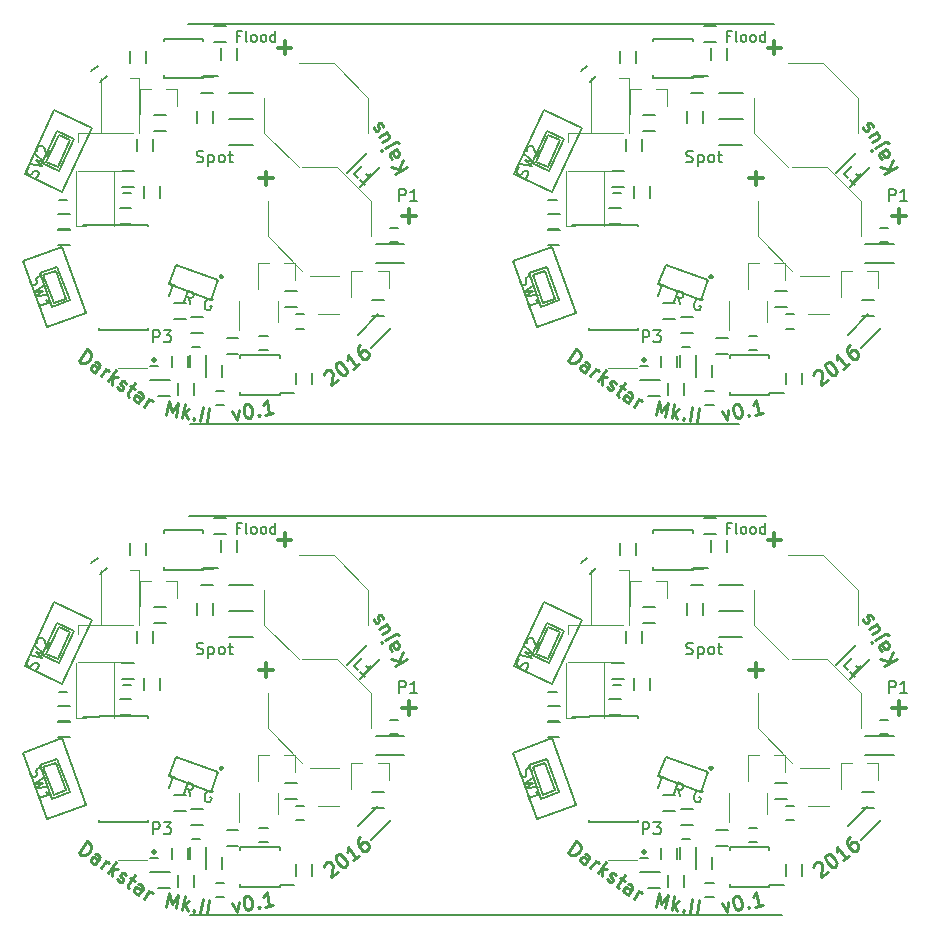
<source format=gto>
G04 #@! TF.FileFunction,Legend,Top*
%FSLAX46Y46*%
G04 Gerber Fmt 4.6, Leading zero omitted, Abs format (unit mm)*
G04 Created by KiCad (PCBNEW 4.0.5) date Thu Dec 29 13:42:12 2016*
%MOMM*%
%LPD*%
G01*
G04 APERTURE LIST*
%ADD10C,0.100000*%
%ADD11C,0.200000*%
%ADD12C,0.250000*%
%ADD13C,0.300000*%
%ADD14C,0.150000*%
%ADD15C,0.120000*%
G04 APERTURE END LIST*
D10*
D11*
X138530000Y-50930000D02*
X188160000Y-50930000D01*
X138670000Y-126440000D02*
X188770000Y-126440000D01*
X138560000Y-92580000D02*
X187450000Y-92580000D01*
X185130000Y-84790000D02*
X138700000Y-84790000D01*
D12*
X170706704Y-121141747D02*
X171394996Y-120158764D01*
X171629040Y-120322644D01*
X171736690Y-120467779D01*
X171764756Y-120626949D01*
X171746013Y-120753342D01*
X171661718Y-120973353D01*
X171563391Y-121113778D01*
X171385479Y-121268238D01*
X171273119Y-121329079D01*
X171113950Y-121357144D01*
X170940748Y-121305626D01*
X170706704Y-121141747D01*
X172110965Y-122125021D02*
X172471499Y-121610125D01*
X172490242Y-121483732D01*
X172429400Y-121371371D01*
X172242165Y-121240269D01*
X172115772Y-121221526D01*
X172143741Y-122078212D02*
X172017348Y-122059469D01*
X171783304Y-121895590D01*
X171722463Y-121783230D01*
X171741205Y-121656837D01*
X171806757Y-121563219D01*
X171919117Y-121502378D01*
X172045511Y-121521121D01*
X172279554Y-121684999D01*
X172405947Y-121703742D01*
X172579052Y-122452778D02*
X173037913Y-121797457D01*
X172906809Y-121984692D02*
X173019170Y-121923850D01*
X173098754Y-121909817D01*
X173225148Y-121928560D01*
X173318765Y-121994111D01*
X173187564Y-122878864D02*
X173875856Y-121895881D01*
X173543388Y-122569946D02*
X173562034Y-123141070D01*
X174020895Y-122485748D02*
X173384219Y-122598012D01*
X173969280Y-123356468D02*
X174030121Y-123468828D01*
X174217356Y-123599932D01*
X174343749Y-123618674D01*
X174456109Y-123557833D01*
X174488885Y-123511024D01*
X174507628Y-123384631D01*
X174446787Y-123272271D01*
X174306361Y-123173943D01*
X174245519Y-123061583D01*
X174264261Y-122935190D01*
X174297037Y-122888381D01*
X174409398Y-122827540D01*
X174535791Y-122846283D01*
X174676218Y-122944610D01*
X174737059Y-123056970D01*
X175097496Y-123239592D02*
X175471966Y-123501799D01*
X175467352Y-123010259D02*
X174877388Y-123852816D01*
X174858645Y-123979208D01*
X174919487Y-124091569D01*
X175013105Y-124157121D01*
X175762043Y-124681533D02*
X176122576Y-124166638D01*
X176141319Y-124040244D01*
X176080478Y-123927884D01*
X175893243Y-123796781D01*
X175766850Y-123778038D01*
X175794819Y-124634724D02*
X175668425Y-124615981D01*
X175434382Y-124452102D01*
X175373540Y-124339742D01*
X175392283Y-124213349D01*
X175457835Y-124119731D01*
X175570195Y-124058890D01*
X175696589Y-124077633D01*
X175930632Y-124241512D01*
X176057025Y-124260254D01*
X176230129Y-125009291D02*
X176688991Y-124353969D01*
X176557887Y-124541204D02*
X176670248Y-124480362D01*
X176749832Y-124466329D01*
X176876226Y-124485072D01*
X176969843Y-124550624D01*
X178139354Y-125711966D02*
X178347732Y-124530196D01*
X178592813Y-125443777D01*
X179135578Y-124669115D01*
X178927200Y-125850884D01*
X179489948Y-125950112D02*
X179698326Y-124768343D01*
X179681880Y-125519759D02*
X179940146Y-126029494D01*
X180079064Y-125241648D02*
X179549484Y-125612464D01*
X180466464Y-126006249D02*
X180512816Y-126072447D01*
X180446619Y-126118799D01*
X180400266Y-126052601D01*
X180466464Y-126006249D01*
X180446619Y-126118799D01*
X181009366Y-126218026D02*
X181217744Y-125036257D01*
X181572114Y-126317254D02*
X181780492Y-125135485D01*
X183707106Y-125384446D02*
X184127398Y-126122679D01*
X184269853Y-125285219D01*
X184875691Y-124772222D02*
X184988240Y-124752377D01*
X185110713Y-124788806D01*
X185176910Y-124835158D01*
X185253031Y-124937785D01*
X185348996Y-125152961D01*
X185398610Y-125434334D01*
X185382026Y-125669357D01*
X185345597Y-125791828D01*
X185299245Y-125858026D01*
X185196618Y-125934146D01*
X185084069Y-125953992D01*
X184961597Y-125917562D01*
X184895399Y-125871210D01*
X184819279Y-125768584D01*
X184723313Y-125553408D01*
X184673699Y-125272034D01*
X184690283Y-125037013D01*
X184726712Y-124914540D01*
X184773064Y-124848343D01*
X184875691Y-124772222D01*
X185964619Y-125682678D02*
X186030816Y-125729030D01*
X185984464Y-125795228D01*
X185918266Y-125748876D01*
X185964619Y-125682678D01*
X185984464Y-125795228D01*
X187166234Y-125586850D02*
X186490937Y-125705923D01*
X186828586Y-125646386D02*
X186620208Y-124464617D01*
X186537427Y-124653287D01*
X186444723Y-124785681D01*
X186342096Y-124861802D01*
D13*
X198128572Y-108877143D02*
X199271429Y-108877143D01*
X198700000Y-109448571D02*
X198700000Y-108305714D01*
X186008572Y-105677143D02*
X187151429Y-105677143D01*
X186580000Y-106248571D02*
X186580000Y-105105714D01*
X187578572Y-94617143D02*
X188721429Y-94617143D01*
X188150000Y-95188571D02*
X188150000Y-94045714D01*
X177120000Y-120995714D02*
X177191428Y-121067143D01*
X177120000Y-121138571D01*
X177048571Y-121067143D01*
X177120000Y-120995714D01*
X177120000Y-121138571D01*
X182800000Y-113925714D02*
X182871428Y-113997143D01*
X182800000Y-114068571D01*
X182728571Y-113997143D01*
X182800000Y-113925714D01*
X182800000Y-114068571D01*
D12*
X198505842Y-104709084D02*
X197466612Y-105309084D01*
X198162985Y-104115238D02*
X197826282Y-104903479D01*
X197123754Y-104715238D02*
X198060458Y-104966227D01*
X197648699Y-103224469D02*
X197104341Y-103538754D01*
X197033938Y-103645385D01*
X197041594Y-103772931D01*
X197155879Y-103970879D01*
X197262509Y-104041282D01*
X197599212Y-103253040D02*
X197705842Y-103323444D01*
X197848699Y-103570879D01*
X197856355Y-103698425D01*
X197785953Y-103805055D01*
X197686978Y-103862198D01*
X197559432Y-103869854D01*
X197452802Y-103799451D01*
X197309945Y-103552015D01*
X197203315Y-103481612D01*
X196670165Y-103129598D02*
X197560935Y-102615312D01*
X197688480Y-102607657D01*
X197795110Y-102678059D01*
X197823681Y-102727546D01*
X196323755Y-103329598D02*
X196401814Y-103350514D01*
X196422730Y-103272455D01*
X196344671Y-103251539D01*
X196323755Y-103329598D01*
X196422730Y-103272455D01*
X196127308Y-102189341D02*
X196820128Y-101789341D01*
X196384451Y-102634726D02*
X196928810Y-102320440D01*
X196999212Y-102213810D01*
X196991556Y-102086264D01*
X196905842Y-101937803D01*
X196799212Y-101867400D01*
X196721153Y-101846484D01*
X196513498Y-101372529D02*
X196505842Y-101244983D01*
X196391556Y-101047033D01*
X196284927Y-100976631D01*
X196157381Y-100984286D01*
X196107894Y-101012858D01*
X196037491Y-101119488D01*
X196045146Y-101247033D01*
X196130861Y-101395495D01*
X196138517Y-101523041D01*
X196068114Y-101629671D01*
X196018627Y-101658243D01*
X195891081Y-101665898D01*
X195784451Y-101595495D01*
X195698736Y-101447033D01*
X195691081Y-101319488D01*
X191467488Y-122311632D02*
X191478036Y-122231511D01*
X191533919Y-122116603D01*
X191760591Y-121942672D01*
X191886047Y-121918433D01*
X191966168Y-121928982D01*
X192081076Y-121984864D01*
X192150648Y-122075533D01*
X192209673Y-122246323D01*
X192083095Y-123207773D01*
X192672443Y-122755550D01*
X192531278Y-121351303D02*
X192621946Y-121281731D01*
X192747402Y-121257493D01*
X192827523Y-121268041D01*
X192942430Y-121323923D01*
X193126910Y-121470475D01*
X193300842Y-121697147D01*
X193394653Y-121913272D01*
X193418891Y-122038726D01*
X193408343Y-122118847D01*
X193352460Y-122233755D01*
X193261792Y-122303327D01*
X193136336Y-122327566D01*
X193056215Y-122317017D01*
X192941308Y-122261135D01*
X192756828Y-122114584D01*
X192582896Y-121887911D01*
X192489085Y-121671787D01*
X192464847Y-121546332D01*
X192475395Y-121466211D01*
X192531278Y-121351303D01*
X194485822Y-121364095D02*
X193941808Y-121781532D01*
X194213816Y-121572813D02*
X193483302Y-120620789D01*
X193496992Y-120826366D01*
X193475895Y-120986607D01*
X193420012Y-121101515D01*
X194571329Y-119785917D02*
X194389991Y-119925062D01*
X194334108Y-120039970D01*
X194323560Y-120120091D01*
X194337250Y-120325667D01*
X194431061Y-120541791D01*
X194709352Y-120904467D01*
X194824259Y-120960349D01*
X194904380Y-120970897D01*
X195029836Y-120946659D01*
X195211173Y-120807514D01*
X195267056Y-120692606D01*
X195277604Y-120612485D01*
X195253366Y-120487031D01*
X195079434Y-120260358D01*
X194964527Y-120204476D01*
X194884406Y-120193928D01*
X194758951Y-120218166D01*
X194577613Y-120357311D01*
X194521730Y-120472219D01*
X194511182Y-120552340D01*
X194535420Y-120677794D01*
D11*
X180699809Y-104290762D02*
X180842666Y-104338381D01*
X181080762Y-104338381D01*
X181176000Y-104290762D01*
X181223619Y-104243143D01*
X181271238Y-104147905D01*
X181271238Y-104052667D01*
X181223619Y-103957429D01*
X181176000Y-103909810D01*
X181080762Y-103862190D01*
X180890285Y-103814571D01*
X180795047Y-103766952D01*
X180747428Y-103719333D01*
X180699809Y-103624095D01*
X180699809Y-103528857D01*
X180747428Y-103433619D01*
X180795047Y-103386000D01*
X180890285Y-103338381D01*
X181128381Y-103338381D01*
X181271238Y-103386000D01*
X181699809Y-103671714D02*
X181699809Y-104671714D01*
X181699809Y-103719333D02*
X181795047Y-103671714D01*
X181985524Y-103671714D01*
X182080762Y-103719333D01*
X182128381Y-103766952D01*
X182176000Y-103862190D01*
X182176000Y-104147905D01*
X182128381Y-104243143D01*
X182080762Y-104290762D01*
X181985524Y-104338381D01*
X181795047Y-104338381D01*
X181699809Y-104290762D01*
X182747428Y-104338381D02*
X182652190Y-104290762D01*
X182604571Y-104243143D01*
X182556952Y-104147905D01*
X182556952Y-103862190D01*
X182604571Y-103766952D01*
X182652190Y-103719333D01*
X182747428Y-103671714D01*
X182890286Y-103671714D01*
X182985524Y-103719333D01*
X183033143Y-103766952D01*
X183080762Y-103862190D01*
X183080762Y-104147905D01*
X183033143Y-104243143D01*
X182985524Y-104290762D01*
X182890286Y-104338381D01*
X182747428Y-104338381D01*
X183366476Y-103671714D02*
X183747428Y-103671714D01*
X183509333Y-103338381D02*
X183509333Y-104195524D01*
X183556952Y-104290762D01*
X183652190Y-104338381D01*
X183747428Y-104338381D01*
X184403428Y-93661714D02*
X184103428Y-93661714D01*
X184103428Y-94133143D02*
X184103428Y-93233143D01*
X184531999Y-93233143D01*
X185003428Y-94133143D02*
X184917714Y-94090286D01*
X184874857Y-94004571D01*
X184874857Y-93233143D01*
X185474857Y-94133143D02*
X185389143Y-94090286D01*
X185346286Y-94047429D01*
X185303429Y-93961714D01*
X185303429Y-93704571D01*
X185346286Y-93618857D01*
X185389143Y-93576000D01*
X185474857Y-93533143D01*
X185603429Y-93533143D01*
X185689143Y-93576000D01*
X185732000Y-93618857D01*
X185774857Y-93704571D01*
X185774857Y-93961714D01*
X185732000Y-94047429D01*
X185689143Y-94090286D01*
X185603429Y-94133143D01*
X185474857Y-94133143D01*
X186289143Y-94133143D02*
X186203429Y-94090286D01*
X186160572Y-94047429D01*
X186117715Y-93961714D01*
X186117715Y-93704571D01*
X186160572Y-93618857D01*
X186203429Y-93576000D01*
X186289143Y-93533143D01*
X186417715Y-93533143D01*
X186503429Y-93576000D01*
X186546286Y-93618857D01*
X186589143Y-93704571D01*
X186589143Y-93961714D01*
X186546286Y-94047429D01*
X186503429Y-94090286D01*
X186417715Y-94133143D01*
X186289143Y-94133143D01*
X187360572Y-94133143D02*
X187360572Y-93233143D01*
X187360572Y-94090286D02*
X187274858Y-94133143D01*
X187103429Y-94133143D01*
X187017715Y-94090286D01*
X186974858Y-94047429D01*
X186932001Y-93961714D01*
X186932001Y-93704571D01*
X186974858Y-93618857D01*
X187017715Y-93576000D01*
X187103429Y-93533143D01*
X187274858Y-93533143D01*
X187360572Y-93576000D01*
X178407164Y-114609080D02*
X178944132Y-114804520D01*
X178333627Y-115646492D02*
X178675648Y-114706799D01*
X180168266Y-116314246D02*
X180017902Y-115752766D01*
X179631299Y-116118806D02*
X179973319Y-115179113D01*
X180331298Y-115309407D01*
X180404505Y-115386727D01*
X180432966Y-115447761D01*
X180445140Y-115553542D01*
X180396280Y-115687784D01*
X180318959Y-115760992D01*
X180257926Y-115789452D01*
X180152144Y-115801626D01*
X179794166Y-115671333D01*
X182104902Y-116005621D02*
X182031694Y-115928300D01*
X181897452Y-115879440D01*
X181746923Y-115875327D01*
X181624855Y-115932249D01*
X181547535Y-116005456D01*
X181437641Y-116168159D01*
X181388781Y-116302401D01*
X181368381Y-116497677D01*
X181380555Y-116603458D01*
X181437476Y-116725526D01*
X181555432Y-116819133D01*
X181644927Y-116851706D01*
X181795455Y-116855819D01*
X181856489Y-116827359D01*
X181970495Y-116514128D01*
X181791507Y-116448981D01*
X178407164Y-72959080D02*
X178944132Y-73154520D01*
X178333627Y-73996492D02*
X178675648Y-73056799D01*
X180168266Y-74664246D02*
X180017902Y-74102766D01*
X179631299Y-74468806D02*
X179973319Y-73529113D01*
X180331298Y-73659407D01*
X180404505Y-73736727D01*
X180432966Y-73797761D01*
X180445140Y-73903542D01*
X180396280Y-74037784D01*
X180318959Y-74110992D01*
X180257926Y-74139452D01*
X180152144Y-74151626D01*
X179794166Y-74021333D01*
X182104902Y-74355621D02*
X182031694Y-74278300D01*
X181897452Y-74229440D01*
X181746923Y-74225327D01*
X181624855Y-74282249D01*
X181547535Y-74355456D01*
X181437641Y-74518159D01*
X181388781Y-74652401D01*
X181368381Y-74847677D01*
X181380555Y-74953458D01*
X181437476Y-75075526D01*
X181555432Y-75169133D01*
X181644927Y-75201706D01*
X181795455Y-75205819D01*
X181856489Y-75177359D01*
X181970495Y-74864128D01*
X181791507Y-74798981D01*
X184403428Y-52011714D02*
X184103428Y-52011714D01*
X184103428Y-52483143D02*
X184103428Y-51583143D01*
X184531999Y-51583143D01*
X185003428Y-52483143D02*
X184917714Y-52440286D01*
X184874857Y-52354571D01*
X184874857Y-51583143D01*
X185474857Y-52483143D02*
X185389143Y-52440286D01*
X185346286Y-52397429D01*
X185303429Y-52311714D01*
X185303429Y-52054571D01*
X185346286Y-51968857D01*
X185389143Y-51926000D01*
X185474857Y-51883143D01*
X185603429Y-51883143D01*
X185689143Y-51926000D01*
X185732000Y-51968857D01*
X185774857Y-52054571D01*
X185774857Y-52311714D01*
X185732000Y-52397429D01*
X185689143Y-52440286D01*
X185603429Y-52483143D01*
X185474857Y-52483143D01*
X186289143Y-52483143D02*
X186203429Y-52440286D01*
X186160572Y-52397429D01*
X186117715Y-52311714D01*
X186117715Y-52054571D01*
X186160572Y-51968857D01*
X186203429Y-51926000D01*
X186289143Y-51883143D01*
X186417715Y-51883143D01*
X186503429Y-51926000D01*
X186546286Y-51968857D01*
X186589143Y-52054571D01*
X186589143Y-52311714D01*
X186546286Y-52397429D01*
X186503429Y-52440286D01*
X186417715Y-52483143D01*
X186289143Y-52483143D01*
X187360572Y-52483143D02*
X187360572Y-51583143D01*
X187360572Y-52440286D02*
X187274858Y-52483143D01*
X187103429Y-52483143D01*
X187017715Y-52440286D01*
X186974858Y-52397429D01*
X186932001Y-52311714D01*
X186932001Y-52054571D01*
X186974858Y-51968857D01*
X187017715Y-51926000D01*
X187103429Y-51883143D01*
X187274858Y-51883143D01*
X187360572Y-51926000D01*
X180699809Y-62640762D02*
X180842666Y-62688381D01*
X181080762Y-62688381D01*
X181176000Y-62640762D01*
X181223619Y-62593143D01*
X181271238Y-62497905D01*
X181271238Y-62402667D01*
X181223619Y-62307429D01*
X181176000Y-62259810D01*
X181080762Y-62212190D01*
X180890285Y-62164571D01*
X180795047Y-62116952D01*
X180747428Y-62069333D01*
X180699809Y-61974095D01*
X180699809Y-61878857D01*
X180747428Y-61783619D01*
X180795047Y-61736000D01*
X180890285Y-61688381D01*
X181128381Y-61688381D01*
X181271238Y-61736000D01*
X181699809Y-62021714D02*
X181699809Y-63021714D01*
X181699809Y-62069333D02*
X181795047Y-62021714D01*
X181985524Y-62021714D01*
X182080762Y-62069333D01*
X182128381Y-62116952D01*
X182176000Y-62212190D01*
X182176000Y-62497905D01*
X182128381Y-62593143D01*
X182080762Y-62640762D01*
X181985524Y-62688381D01*
X181795047Y-62688381D01*
X181699809Y-62640762D01*
X182747428Y-62688381D02*
X182652190Y-62640762D01*
X182604571Y-62593143D01*
X182556952Y-62497905D01*
X182556952Y-62212190D01*
X182604571Y-62116952D01*
X182652190Y-62069333D01*
X182747428Y-62021714D01*
X182890286Y-62021714D01*
X182985524Y-62069333D01*
X183033143Y-62116952D01*
X183080762Y-62212190D01*
X183080762Y-62497905D01*
X183033143Y-62593143D01*
X182985524Y-62640762D01*
X182890286Y-62688381D01*
X182747428Y-62688381D01*
X183366476Y-62021714D02*
X183747428Y-62021714D01*
X183509333Y-61688381D02*
X183509333Y-62545524D01*
X183556952Y-62640762D01*
X183652190Y-62688381D01*
X183747428Y-62688381D01*
D12*
X191467488Y-80661632D02*
X191478036Y-80581511D01*
X191533919Y-80466603D01*
X191760591Y-80292672D01*
X191886047Y-80268433D01*
X191966168Y-80278982D01*
X192081076Y-80334864D01*
X192150648Y-80425533D01*
X192209673Y-80596323D01*
X192083095Y-81557773D01*
X192672443Y-81105550D01*
X192531278Y-79701303D02*
X192621946Y-79631731D01*
X192747402Y-79607493D01*
X192827523Y-79618041D01*
X192942430Y-79673923D01*
X193126910Y-79820475D01*
X193300842Y-80047147D01*
X193394653Y-80263272D01*
X193418891Y-80388726D01*
X193408343Y-80468847D01*
X193352460Y-80583755D01*
X193261792Y-80653327D01*
X193136336Y-80677566D01*
X193056215Y-80667017D01*
X192941308Y-80611135D01*
X192756828Y-80464584D01*
X192582896Y-80237911D01*
X192489085Y-80021787D01*
X192464847Y-79896332D01*
X192475395Y-79816211D01*
X192531278Y-79701303D01*
X194485822Y-79714095D02*
X193941808Y-80131532D01*
X194213816Y-79922813D02*
X193483302Y-78970789D01*
X193496992Y-79176366D01*
X193475895Y-79336607D01*
X193420012Y-79451515D01*
X194571329Y-78135917D02*
X194389991Y-78275062D01*
X194334108Y-78389970D01*
X194323560Y-78470091D01*
X194337250Y-78675667D01*
X194431061Y-78891791D01*
X194709352Y-79254467D01*
X194824259Y-79310349D01*
X194904380Y-79320897D01*
X195029836Y-79296659D01*
X195211173Y-79157514D01*
X195267056Y-79042606D01*
X195277604Y-78962485D01*
X195253366Y-78837031D01*
X195079434Y-78610358D01*
X194964527Y-78554476D01*
X194884406Y-78543928D01*
X194758951Y-78568166D01*
X194577613Y-78707311D01*
X194521730Y-78822219D01*
X194511182Y-78902340D01*
X194535420Y-79027794D01*
X198505842Y-63059084D02*
X197466612Y-63659084D01*
X198162985Y-62465238D02*
X197826282Y-63253479D01*
X197123754Y-63065238D02*
X198060458Y-63316227D01*
X197648699Y-61574469D02*
X197104341Y-61888754D01*
X197033938Y-61995385D01*
X197041594Y-62122931D01*
X197155879Y-62320879D01*
X197262509Y-62391282D01*
X197599212Y-61603040D02*
X197705842Y-61673444D01*
X197848699Y-61920879D01*
X197856355Y-62048425D01*
X197785953Y-62155055D01*
X197686978Y-62212198D01*
X197559432Y-62219854D01*
X197452802Y-62149451D01*
X197309945Y-61902015D01*
X197203315Y-61831612D01*
X196670165Y-61479598D02*
X197560935Y-60965312D01*
X197688480Y-60957657D01*
X197795110Y-61028059D01*
X197823681Y-61077546D01*
X196323755Y-61679598D02*
X196401814Y-61700514D01*
X196422730Y-61622455D01*
X196344671Y-61601539D01*
X196323755Y-61679598D01*
X196422730Y-61622455D01*
X196127308Y-60539341D02*
X196820128Y-60139341D01*
X196384451Y-60984726D02*
X196928810Y-60670440D01*
X196999212Y-60563810D01*
X196991556Y-60436264D01*
X196905842Y-60287803D01*
X196799212Y-60217400D01*
X196721153Y-60196484D01*
X196513498Y-59722529D02*
X196505842Y-59594983D01*
X196391556Y-59397033D01*
X196284927Y-59326631D01*
X196157381Y-59334286D01*
X196107894Y-59362858D01*
X196037491Y-59469488D01*
X196045146Y-59597033D01*
X196130861Y-59745495D01*
X196138517Y-59873041D01*
X196068114Y-59979671D01*
X196018627Y-60008243D01*
X195891081Y-60015898D01*
X195784451Y-59945495D01*
X195698736Y-59797033D01*
X195691081Y-59669488D01*
D13*
X182800000Y-72275714D02*
X182871428Y-72347143D01*
X182800000Y-72418571D01*
X182728571Y-72347143D01*
X182800000Y-72275714D01*
X182800000Y-72418571D01*
X177120000Y-79345714D02*
X177191428Y-79417143D01*
X177120000Y-79488571D01*
X177048571Y-79417143D01*
X177120000Y-79345714D01*
X177120000Y-79488571D01*
X187578572Y-52967143D02*
X188721429Y-52967143D01*
X188150000Y-53538571D02*
X188150000Y-52395714D01*
X186008572Y-64027143D02*
X187151429Y-64027143D01*
X186580000Y-64598571D02*
X186580000Y-63455714D01*
X198128572Y-67227143D02*
X199271429Y-67227143D01*
X198700000Y-67798571D02*
X198700000Y-66655714D01*
D12*
X183707106Y-83734446D02*
X184127398Y-84472679D01*
X184269853Y-83635219D01*
X184875691Y-83122222D02*
X184988240Y-83102377D01*
X185110713Y-83138806D01*
X185176910Y-83185158D01*
X185253031Y-83287785D01*
X185348996Y-83502961D01*
X185398610Y-83784334D01*
X185382026Y-84019357D01*
X185345597Y-84141828D01*
X185299245Y-84208026D01*
X185196618Y-84284146D01*
X185084069Y-84303992D01*
X184961597Y-84267562D01*
X184895399Y-84221210D01*
X184819279Y-84118584D01*
X184723313Y-83903408D01*
X184673699Y-83622034D01*
X184690283Y-83387013D01*
X184726712Y-83264540D01*
X184773064Y-83198343D01*
X184875691Y-83122222D01*
X185964619Y-84032678D02*
X186030816Y-84079030D01*
X185984464Y-84145228D01*
X185918266Y-84098876D01*
X185964619Y-84032678D01*
X185984464Y-84145228D01*
X187166234Y-83936850D02*
X186490937Y-84055923D01*
X186828586Y-83996386D02*
X186620208Y-82814617D01*
X186537427Y-83003287D01*
X186444723Y-83135681D01*
X186342096Y-83211802D01*
X178139354Y-84061966D02*
X178347732Y-82880196D01*
X178592813Y-83793777D01*
X179135578Y-83019115D01*
X178927200Y-84200884D01*
X179489948Y-84300112D02*
X179698326Y-83118343D01*
X179681880Y-83869759D02*
X179940146Y-84379494D01*
X180079064Y-83591648D02*
X179549484Y-83962464D01*
X180466464Y-84356249D02*
X180512816Y-84422447D01*
X180446619Y-84468799D01*
X180400266Y-84402601D01*
X180466464Y-84356249D01*
X180446619Y-84468799D01*
X181009366Y-84568026D02*
X181217744Y-83386257D01*
X181572114Y-84667254D02*
X181780492Y-83485485D01*
X170706704Y-79491747D02*
X171394996Y-78508764D01*
X171629040Y-78672644D01*
X171736690Y-78817779D01*
X171764756Y-78976949D01*
X171746013Y-79103342D01*
X171661718Y-79323353D01*
X171563391Y-79463778D01*
X171385479Y-79618238D01*
X171273119Y-79679079D01*
X171113950Y-79707144D01*
X170940748Y-79655626D01*
X170706704Y-79491747D01*
X172110965Y-80475021D02*
X172471499Y-79960125D01*
X172490242Y-79833732D01*
X172429400Y-79721371D01*
X172242165Y-79590269D01*
X172115772Y-79571526D01*
X172143741Y-80428212D02*
X172017348Y-80409469D01*
X171783304Y-80245590D01*
X171722463Y-80133230D01*
X171741205Y-80006837D01*
X171806757Y-79913219D01*
X171919117Y-79852378D01*
X172045511Y-79871121D01*
X172279554Y-80034999D01*
X172405947Y-80053742D01*
X172579052Y-80802778D02*
X173037913Y-80147457D01*
X172906809Y-80334692D02*
X173019170Y-80273850D01*
X173098754Y-80259817D01*
X173225148Y-80278560D01*
X173318765Y-80344111D01*
X173187564Y-81228864D02*
X173875856Y-80245881D01*
X173543388Y-80919946D02*
X173562034Y-81491070D01*
X174020895Y-80835748D02*
X173384219Y-80948012D01*
X173969280Y-81706468D02*
X174030121Y-81818828D01*
X174217356Y-81949932D01*
X174343749Y-81968674D01*
X174456109Y-81907833D01*
X174488885Y-81861024D01*
X174507628Y-81734631D01*
X174446787Y-81622271D01*
X174306361Y-81523943D01*
X174245519Y-81411583D01*
X174264261Y-81285190D01*
X174297037Y-81238381D01*
X174409398Y-81177540D01*
X174535791Y-81196283D01*
X174676218Y-81294610D01*
X174737059Y-81406970D01*
X175097496Y-81589592D02*
X175471966Y-81851799D01*
X175467352Y-81360259D02*
X174877388Y-82202816D01*
X174858645Y-82329208D01*
X174919487Y-82441569D01*
X175013105Y-82507121D01*
X175762043Y-83031533D02*
X176122576Y-82516638D01*
X176141319Y-82390244D01*
X176080478Y-82277884D01*
X175893243Y-82146781D01*
X175766850Y-82128038D01*
X175794819Y-82984724D02*
X175668425Y-82965981D01*
X175434382Y-82802102D01*
X175373540Y-82689742D01*
X175392283Y-82563349D01*
X175457835Y-82469731D01*
X175570195Y-82408890D01*
X175696589Y-82427633D01*
X175930632Y-82591512D01*
X176057025Y-82610254D01*
X176230129Y-83359291D02*
X176688991Y-82703969D01*
X176557887Y-82891204D02*
X176670248Y-82830362D01*
X176749832Y-82816329D01*
X176876226Y-82835072D01*
X176969843Y-82900624D01*
X129246704Y-79491747D02*
X129934996Y-78508764D01*
X130169040Y-78672644D01*
X130276690Y-78817779D01*
X130304756Y-78976949D01*
X130286013Y-79103342D01*
X130201718Y-79323353D01*
X130103391Y-79463778D01*
X129925479Y-79618238D01*
X129813119Y-79679079D01*
X129653950Y-79707144D01*
X129480748Y-79655626D01*
X129246704Y-79491747D01*
X130650965Y-80475021D02*
X131011499Y-79960125D01*
X131030242Y-79833732D01*
X130969400Y-79721371D01*
X130782165Y-79590269D01*
X130655772Y-79571526D01*
X130683741Y-80428212D02*
X130557348Y-80409469D01*
X130323304Y-80245590D01*
X130262463Y-80133230D01*
X130281205Y-80006837D01*
X130346757Y-79913219D01*
X130459117Y-79852378D01*
X130585511Y-79871121D01*
X130819554Y-80034999D01*
X130945947Y-80053742D01*
X131119052Y-80802778D02*
X131577913Y-80147457D01*
X131446809Y-80334692D02*
X131559170Y-80273850D01*
X131638754Y-80259817D01*
X131765148Y-80278560D01*
X131858765Y-80344111D01*
X131727564Y-81228864D02*
X132415856Y-80245881D01*
X132083388Y-80919946D02*
X132102034Y-81491070D01*
X132560895Y-80835748D02*
X131924219Y-80948012D01*
X132509280Y-81706468D02*
X132570121Y-81818828D01*
X132757356Y-81949932D01*
X132883749Y-81968674D01*
X132996109Y-81907833D01*
X133028885Y-81861024D01*
X133047628Y-81734631D01*
X132986787Y-81622271D01*
X132846361Y-81523943D01*
X132785519Y-81411583D01*
X132804261Y-81285190D01*
X132837037Y-81238381D01*
X132949398Y-81177540D01*
X133075791Y-81196283D01*
X133216218Y-81294610D01*
X133277059Y-81406970D01*
X133637496Y-81589592D02*
X134011966Y-81851799D01*
X134007352Y-81360259D02*
X133417388Y-82202816D01*
X133398645Y-82329208D01*
X133459487Y-82441569D01*
X133553105Y-82507121D01*
X134302043Y-83031533D02*
X134662576Y-82516638D01*
X134681319Y-82390244D01*
X134620478Y-82277884D01*
X134433243Y-82146781D01*
X134306850Y-82128038D01*
X134334819Y-82984724D02*
X134208425Y-82965981D01*
X133974382Y-82802102D01*
X133913540Y-82689742D01*
X133932283Y-82563349D01*
X133997835Y-82469731D01*
X134110195Y-82408890D01*
X134236589Y-82427633D01*
X134470632Y-82591512D01*
X134597025Y-82610254D01*
X134770129Y-83359291D02*
X135228991Y-82703969D01*
X135097887Y-82891204D02*
X135210248Y-82830362D01*
X135289832Y-82816329D01*
X135416226Y-82835072D01*
X135509843Y-82900624D01*
X136679354Y-84061966D02*
X136887732Y-82880196D01*
X137132813Y-83793777D01*
X137675578Y-83019115D01*
X137467200Y-84200884D01*
X138029948Y-84300112D02*
X138238326Y-83118343D01*
X138221880Y-83869759D02*
X138480146Y-84379494D01*
X138619064Y-83591648D02*
X138089484Y-83962464D01*
X139006464Y-84356249D02*
X139052816Y-84422447D01*
X138986619Y-84468799D01*
X138940266Y-84402601D01*
X139006464Y-84356249D01*
X138986619Y-84468799D01*
X139549366Y-84568026D02*
X139757744Y-83386257D01*
X140112114Y-84667254D02*
X140320492Y-83485485D01*
X142247106Y-83734446D02*
X142667398Y-84472679D01*
X142809853Y-83635219D01*
X143415691Y-83122222D02*
X143528240Y-83102377D01*
X143650713Y-83138806D01*
X143716910Y-83185158D01*
X143793031Y-83287785D01*
X143888996Y-83502961D01*
X143938610Y-83784334D01*
X143922026Y-84019357D01*
X143885597Y-84141828D01*
X143839245Y-84208026D01*
X143736618Y-84284146D01*
X143624069Y-84303992D01*
X143501597Y-84267562D01*
X143435399Y-84221210D01*
X143359279Y-84118584D01*
X143263313Y-83903408D01*
X143213699Y-83622034D01*
X143230283Y-83387013D01*
X143266712Y-83264540D01*
X143313064Y-83198343D01*
X143415691Y-83122222D01*
X144504619Y-84032678D02*
X144570816Y-84079030D01*
X144524464Y-84145228D01*
X144458266Y-84098876D01*
X144504619Y-84032678D01*
X144524464Y-84145228D01*
X145706234Y-83936850D02*
X145030937Y-84055923D01*
X145368586Y-83996386D02*
X145160208Y-82814617D01*
X145077427Y-83003287D01*
X144984723Y-83135681D01*
X144882096Y-83211802D01*
D13*
X156668572Y-67227143D02*
X157811429Y-67227143D01*
X157240000Y-67798571D02*
X157240000Y-66655714D01*
X144548572Y-64027143D02*
X145691429Y-64027143D01*
X145120000Y-64598571D02*
X145120000Y-63455714D01*
X146118572Y-52967143D02*
X147261429Y-52967143D01*
X146690000Y-53538571D02*
X146690000Y-52395714D01*
X135660000Y-79345714D02*
X135731428Y-79417143D01*
X135660000Y-79488571D01*
X135588571Y-79417143D01*
X135660000Y-79345714D01*
X135660000Y-79488571D01*
X141340000Y-72275714D02*
X141411428Y-72347143D01*
X141340000Y-72418571D01*
X141268571Y-72347143D01*
X141340000Y-72275714D01*
X141340000Y-72418571D01*
D12*
X157045842Y-63059084D02*
X156006612Y-63659084D01*
X156702985Y-62465238D02*
X156366282Y-63253479D01*
X155663754Y-63065238D02*
X156600458Y-63316227D01*
X156188699Y-61574469D02*
X155644341Y-61888754D01*
X155573938Y-61995385D01*
X155581594Y-62122931D01*
X155695879Y-62320879D01*
X155802509Y-62391282D01*
X156139212Y-61603040D02*
X156245842Y-61673444D01*
X156388699Y-61920879D01*
X156396355Y-62048425D01*
X156325953Y-62155055D01*
X156226978Y-62212198D01*
X156099432Y-62219854D01*
X155992802Y-62149451D01*
X155849945Y-61902015D01*
X155743315Y-61831612D01*
X155210165Y-61479598D02*
X156100935Y-60965312D01*
X156228480Y-60957657D01*
X156335110Y-61028059D01*
X156363681Y-61077546D01*
X154863755Y-61679598D02*
X154941814Y-61700514D01*
X154962730Y-61622455D01*
X154884671Y-61601539D01*
X154863755Y-61679598D01*
X154962730Y-61622455D01*
X154667308Y-60539341D02*
X155360128Y-60139341D01*
X154924451Y-60984726D02*
X155468810Y-60670440D01*
X155539212Y-60563810D01*
X155531556Y-60436264D01*
X155445842Y-60287803D01*
X155339212Y-60217400D01*
X155261153Y-60196484D01*
X155053498Y-59722529D02*
X155045842Y-59594983D01*
X154931556Y-59397033D01*
X154824927Y-59326631D01*
X154697381Y-59334286D01*
X154647894Y-59362858D01*
X154577491Y-59469488D01*
X154585146Y-59597033D01*
X154670861Y-59745495D01*
X154678517Y-59873041D01*
X154608114Y-59979671D01*
X154558627Y-60008243D01*
X154431081Y-60015898D01*
X154324451Y-59945495D01*
X154238736Y-59797033D01*
X154231081Y-59669488D01*
X150007488Y-80661632D02*
X150018036Y-80581511D01*
X150073919Y-80466603D01*
X150300591Y-80292672D01*
X150426047Y-80268433D01*
X150506168Y-80278982D01*
X150621076Y-80334864D01*
X150690648Y-80425533D01*
X150749673Y-80596323D01*
X150623095Y-81557773D01*
X151212443Y-81105550D01*
X151071278Y-79701303D02*
X151161946Y-79631731D01*
X151287402Y-79607493D01*
X151367523Y-79618041D01*
X151482430Y-79673923D01*
X151666910Y-79820475D01*
X151840842Y-80047147D01*
X151934653Y-80263272D01*
X151958891Y-80388726D01*
X151948343Y-80468847D01*
X151892460Y-80583755D01*
X151801792Y-80653327D01*
X151676336Y-80677566D01*
X151596215Y-80667017D01*
X151481308Y-80611135D01*
X151296828Y-80464584D01*
X151122896Y-80237911D01*
X151029085Y-80021787D01*
X151004847Y-79896332D01*
X151015395Y-79816211D01*
X151071278Y-79701303D01*
X153025822Y-79714095D02*
X152481808Y-80131532D01*
X152753816Y-79922813D02*
X152023302Y-78970789D01*
X152036992Y-79176366D01*
X152015895Y-79336607D01*
X151960012Y-79451515D01*
X153111329Y-78135917D02*
X152929991Y-78275062D01*
X152874108Y-78389970D01*
X152863560Y-78470091D01*
X152877250Y-78675667D01*
X152971061Y-78891791D01*
X153249352Y-79254467D01*
X153364259Y-79310349D01*
X153444380Y-79320897D01*
X153569836Y-79296659D01*
X153751173Y-79157514D01*
X153807056Y-79042606D01*
X153817604Y-78962485D01*
X153793366Y-78837031D01*
X153619434Y-78610358D01*
X153504527Y-78554476D01*
X153424406Y-78543928D01*
X153298951Y-78568166D01*
X153117613Y-78707311D01*
X153061730Y-78822219D01*
X153051182Y-78902340D01*
X153075420Y-79027794D01*
D11*
X139239809Y-62640762D02*
X139382666Y-62688381D01*
X139620762Y-62688381D01*
X139716000Y-62640762D01*
X139763619Y-62593143D01*
X139811238Y-62497905D01*
X139811238Y-62402667D01*
X139763619Y-62307429D01*
X139716000Y-62259810D01*
X139620762Y-62212190D01*
X139430285Y-62164571D01*
X139335047Y-62116952D01*
X139287428Y-62069333D01*
X139239809Y-61974095D01*
X139239809Y-61878857D01*
X139287428Y-61783619D01*
X139335047Y-61736000D01*
X139430285Y-61688381D01*
X139668381Y-61688381D01*
X139811238Y-61736000D01*
X140239809Y-62021714D02*
X140239809Y-63021714D01*
X140239809Y-62069333D02*
X140335047Y-62021714D01*
X140525524Y-62021714D01*
X140620762Y-62069333D01*
X140668381Y-62116952D01*
X140716000Y-62212190D01*
X140716000Y-62497905D01*
X140668381Y-62593143D01*
X140620762Y-62640762D01*
X140525524Y-62688381D01*
X140335047Y-62688381D01*
X140239809Y-62640762D01*
X141287428Y-62688381D02*
X141192190Y-62640762D01*
X141144571Y-62593143D01*
X141096952Y-62497905D01*
X141096952Y-62212190D01*
X141144571Y-62116952D01*
X141192190Y-62069333D01*
X141287428Y-62021714D01*
X141430286Y-62021714D01*
X141525524Y-62069333D01*
X141573143Y-62116952D01*
X141620762Y-62212190D01*
X141620762Y-62497905D01*
X141573143Y-62593143D01*
X141525524Y-62640762D01*
X141430286Y-62688381D01*
X141287428Y-62688381D01*
X141906476Y-62021714D02*
X142287428Y-62021714D01*
X142049333Y-61688381D02*
X142049333Y-62545524D01*
X142096952Y-62640762D01*
X142192190Y-62688381D01*
X142287428Y-62688381D01*
X142943428Y-52011714D02*
X142643428Y-52011714D01*
X142643428Y-52483143D02*
X142643428Y-51583143D01*
X143071999Y-51583143D01*
X143543428Y-52483143D02*
X143457714Y-52440286D01*
X143414857Y-52354571D01*
X143414857Y-51583143D01*
X144014857Y-52483143D02*
X143929143Y-52440286D01*
X143886286Y-52397429D01*
X143843429Y-52311714D01*
X143843429Y-52054571D01*
X143886286Y-51968857D01*
X143929143Y-51926000D01*
X144014857Y-51883143D01*
X144143429Y-51883143D01*
X144229143Y-51926000D01*
X144272000Y-51968857D01*
X144314857Y-52054571D01*
X144314857Y-52311714D01*
X144272000Y-52397429D01*
X144229143Y-52440286D01*
X144143429Y-52483143D01*
X144014857Y-52483143D01*
X144829143Y-52483143D02*
X144743429Y-52440286D01*
X144700572Y-52397429D01*
X144657715Y-52311714D01*
X144657715Y-52054571D01*
X144700572Y-51968857D01*
X144743429Y-51926000D01*
X144829143Y-51883143D01*
X144957715Y-51883143D01*
X145043429Y-51926000D01*
X145086286Y-51968857D01*
X145129143Y-52054571D01*
X145129143Y-52311714D01*
X145086286Y-52397429D01*
X145043429Y-52440286D01*
X144957715Y-52483143D01*
X144829143Y-52483143D01*
X145900572Y-52483143D02*
X145900572Y-51583143D01*
X145900572Y-52440286D02*
X145814858Y-52483143D01*
X145643429Y-52483143D01*
X145557715Y-52440286D01*
X145514858Y-52397429D01*
X145472001Y-52311714D01*
X145472001Y-52054571D01*
X145514858Y-51968857D01*
X145557715Y-51926000D01*
X145643429Y-51883143D01*
X145814858Y-51883143D01*
X145900572Y-51926000D01*
X136947164Y-72959080D02*
X137484132Y-73154520D01*
X136873627Y-73996492D02*
X137215648Y-73056799D01*
X138708266Y-74664246D02*
X138557902Y-74102766D01*
X138171299Y-74468806D02*
X138513319Y-73529113D01*
X138871298Y-73659407D01*
X138944505Y-73736727D01*
X138972966Y-73797761D01*
X138985140Y-73903542D01*
X138936280Y-74037784D01*
X138858959Y-74110992D01*
X138797926Y-74139452D01*
X138692144Y-74151626D01*
X138334166Y-74021333D01*
X140644902Y-74355621D02*
X140571694Y-74278300D01*
X140437452Y-74229440D01*
X140286923Y-74225327D01*
X140164855Y-74282249D01*
X140087535Y-74355456D01*
X139977641Y-74518159D01*
X139928781Y-74652401D01*
X139908381Y-74847677D01*
X139920555Y-74953458D01*
X139977476Y-75075526D01*
X140095432Y-75169133D01*
X140184927Y-75201706D01*
X140335455Y-75205819D01*
X140396489Y-75177359D01*
X140510495Y-74864128D01*
X140331507Y-74798981D01*
X136947164Y-114609080D02*
X137484132Y-114804520D01*
X136873627Y-115646492D02*
X137215648Y-114706799D01*
X138708266Y-116314246D02*
X138557902Y-115752766D01*
X138171299Y-116118806D02*
X138513319Y-115179113D01*
X138871298Y-115309407D01*
X138944505Y-115386727D01*
X138972966Y-115447761D01*
X138985140Y-115553542D01*
X138936280Y-115687784D01*
X138858959Y-115760992D01*
X138797926Y-115789452D01*
X138692144Y-115801626D01*
X138334166Y-115671333D01*
X140644902Y-116005621D02*
X140571694Y-115928300D01*
X140437452Y-115879440D01*
X140286923Y-115875327D01*
X140164855Y-115932249D01*
X140087535Y-116005456D01*
X139977641Y-116168159D01*
X139928781Y-116302401D01*
X139908381Y-116497677D01*
X139920555Y-116603458D01*
X139977476Y-116725526D01*
X140095432Y-116819133D01*
X140184927Y-116851706D01*
X140335455Y-116855819D01*
X140396489Y-116827359D01*
X140510495Y-116514128D01*
X140331507Y-116448981D01*
X142943428Y-93661714D02*
X142643428Y-93661714D01*
X142643428Y-94133143D02*
X142643428Y-93233143D01*
X143071999Y-93233143D01*
X143543428Y-94133143D02*
X143457714Y-94090286D01*
X143414857Y-94004571D01*
X143414857Y-93233143D01*
X144014857Y-94133143D02*
X143929143Y-94090286D01*
X143886286Y-94047429D01*
X143843429Y-93961714D01*
X143843429Y-93704571D01*
X143886286Y-93618857D01*
X143929143Y-93576000D01*
X144014857Y-93533143D01*
X144143429Y-93533143D01*
X144229143Y-93576000D01*
X144272000Y-93618857D01*
X144314857Y-93704571D01*
X144314857Y-93961714D01*
X144272000Y-94047429D01*
X144229143Y-94090286D01*
X144143429Y-94133143D01*
X144014857Y-94133143D01*
X144829143Y-94133143D02*
X144743429Y-94090286D01*
X144700572Y-94047429D01*
X144657715Y-93961714D01*
X144657715Y-93704571D01*
X144700572Y-93618857D01*
X144743429Y-93576000D01*
X144829143Y-93533143D01*
X144957715Y-93533143D01*
X145043429Y-93576000D01*
X145086286Y-93618857D01*
X145129143Y-93704571D01*
X145129143Y-93961714D01*
X145086286Y-94047429D01*
X145043429Y-94090286D01*
X144957715Y-94133143D01*
X144829143Y-94133143D01*
X145900572Y-94133143D02*
X145900572Y-93233143D01*
X145900572Y-94090286D02*
X145814858Y-94133143D01*
X145643429Y-94133143D01*
X145557715Y-94090286D01*
X145514858Y-94047429D01*
X145472001Y-93961714D01*
X145472001Y-93704571D01*
X145514858Y-93618857D01*
X145557715Y-93576000D01*
X145643429Y-93533143D01*
X145814858Y-93533143D01*
X145900572Y-93576000D01*
X139239809Y-104290762D02*
X139382666Y-104338381D01*
X139620762Y-104338381D01*
X139716000Y-104290762D01*
X139763619Y-104243143D01*
X139811238Y-104147905D01*
X139811238Y-104052667D01*
X139763619Y-103957429D01*
X139716000Y-103909810D01*
X139620762Y-103862190D01*
X139430285Y-103814571D01*
X139335047Y-103766952D01*
X139287428Y-103719333D01*
X139239809Y-103624095D01*
X139239809Y-103528857D01*
X139287428Y-103433619D01*
X139335047Y-103386000D01*
X139430285Y-103338381D01*
X139668381Y-103338381D01*
X139811238Y-103386000D01*
X140239809Y-103671714D02*
X140239809Y-104671714D01*
X140239809Y-103719333D02*
X140335047Y-103671714D01*
X140525524Y-103671714D01*
X140620762Y-103719333D01*
X140668381Y-103766952D01*
X140716000Y-103862190D01*
X140716000Y-104147905D01*
X140668381Y-104243143D01*
X140620762Y-104290762D01*
X140525524Y-104338381D01*
X140335047Y-104338381D01*
X140239809Y-104290762D01*
X141287428Y-104338381D02*
X141192190Y-104290762D01*
X141144571Y-104243143D01*
X141096952Y-104147905D01*
X141096952Y-103862190D01*
X141144571Y-103766952D01*
X141192190Y-103719333D01*
X141287428Y-103671714D01*
X141430286Y-103671714D01*
X141525524Y-103719333D01*
X141573143Y-103766952D01*
X141620762Y-103862190D01*
X141620762Y-104147905D01*
X141573143Y-104243143D01*
X141525524Y-104290762D01*
X141430286Y-104338381D01*
X141287428Y-104338381D01*
X141906476Y-103671714D02*
X142287428Y-103671714D01*
X142049333Y-103338381D02*
X142049333Y-104195524D01*
X142096952Y-104290762D01*
X142192190Y-104338381D01*
X142287428Y-104338381D01*
D12*
X150007488Y-122311632D02*
X150018036Y-122231511D01*
X150073919Y-122116603D01*
X150300591Y-121942672D01*
X150426047Y-121918433D01*
X150506168Y-121928982D01*
X150621076Y-121984864D01*
X150690648Y-122075533D01*
X150749673Y-122246323D01*
X150623095Y-123207773D01*
X151212443Y-122755550D01*
X151071278Y-121351303D02*
X151161946Y-121281731D01*
X151287402Y-121257493D01*
X151367523Y-121268041D01*
X151482430Y-121323923D01*
X151666910Y-121470475D01*
X151840842Y-121697147D01*
X151934653Y-121913272D01*
X151958891Y-122038726D01*
X151948343Y-122118847D01*
X151892460Y-122233755D01*
X151801792Y-122303327D01*
X151676336Y-122327566D01*
X151596215Y-122317017D01*
X151481308Y-122261135D01*
X151296828Y-122114584D01*
X151122896Y-121887911D01*
X151029085Y-121671787D01*
X151004847Y-121546332D01*
X151015395Y-121466211D01*
X151071278Y-121351303D01*
X153025822Y-121364095D02*
X152481808Y-121781532D01*
X152753816Y-121572813D02*
X152023302Y-120620789D01*
X152036992Y-120826366D01*
X152015895Y-120986607D01*
X151960012Y-121101515D01*
X153111329Y-119785917D02*
X152929991Y-119925062D01*
X152874108Y-120039970D01*
X152863560Y-120120091D01*
X152877250Y-120325667D01*
X152971061Y-120541791D01*
X153249352Y-120904467D01*
X153364259Y-120960349D01*
X153444380Y-120970897D01*
X153569836Y-120946659D01*
X153751173Y-120807514D01*
X153807056Y-120692606D01*
X153817604Y-120612485D01*
X153793366Y-120487031D01*
X153619434Y-120260358D01*
X153504527Y-120204476D01*
X153424406Y-120193928D01*
X153298951Y-120218166D01*
X153117613Y-120357311D01*
X153061730Y-120472219D01*
X153051182Y-120552340D01*
X153075420Y-120677794D01*
X157045842Y-104709084D02*
X156006612Y-105309084D01*
X156702985Y-104115238D02*
X156366282Y-104903479D01*
X155663754Y-104715238D02*
X156600458Y-104966227D01*
X156188699Y-103224469D02*
X155644341Y-103538754D01*
X155573938Y-103645385D01*
X155581594Y-103772931D01*
X155695879Y-103970879D01*
X155802509Y-104041282D01*
X156139212Y-103253040D02*
X156245842Y-103323444D01*
X156388699Y-103570879D01*
X156396355Y-103698425D01*
X156325953Y-103805055D01*
X156226978Y-103862198D01*
X156099432Y-103869854D01*
X155992802Y-103799451D01*
X155849945Y-103552015D01*
X155743315Y-103481612D01*
X155210165Y-103129598D02*
X156100935Y-102615312D01*
X156228480Y-102607657D01*
X156335110Y-102678059D01*
X156363681Y-102727546D01*
X154863755Y-103329598D02*
X154941814Y-103350514D01*
X154962730Y-103272455D01*
X154884671Y-103251539D01*
X154863755Y-103329598D01*
X154962730Y-103272455D01*
X154667308Y-102189341D02*
X155360128Y-101789341D01*
X154924451Y-102634726D02*
X155468810Y-102320440D01*
X155539212Y-102213810D01*
X155531556Y-102086264D01*
X155445842Y-101937803D01*
X155339212Y-101867400D01*
X155261153Y-101846484D01*
X155053498Y-101372529D02*
X155045842Y-101244983D01*
X154931556Y-101047033D01*
X154824927Y-100976631D01*
X154697381Y-100984286D01*
X154647894Y-101012858D01*
X154577491Y-101119488D01*
X154585146Y-101247033D01*
X154670861Y-101395495D01*
X154678517Y-101523041D01*
X154608114Y-101629671D01*
X154558627Y-101658243D01*
X154431081Y-101665898D01*
X154324451Y-101595495D01*
X154238736Y-101447033D01*
X154231081Y-101319488D01*
D13*
X141340000Y-113925714D02*
X141411428Y-113997143D01*
X141340000Y-114068571D01*
X141268571Y-113997143D01*
X141340000Y-113925714D01*
X141340000Y-114068571D01*
X135660000Y-120995714D02*
X135731428Y-121067143D01*
X135660000Y-121138571D01*
X135588571Y-121067143D01*
X135660000Y-120995714D01*
X135660000Y-121138571D01*
X146118572Y-94617143D02*
X147261429Y-94617143D01*
X146690000Y-95188571D02*
X146690000Y-94045714D01*
X144548572Y-105677143D02*
X145691429Y-105677143D01*
X145120000Y-106248571D02*
X145120000Y-105105714D01*
X156668572Y-108877143D02*
X157811429Y-108877143D01*
X157240000Y-109448571D02*
X157240000Y-108305714D01*
D12*
X142247106Y-125384446D02*
X142667398Y-126122679D01*
X142809853Y-125285219D01*
X143415691Y-124772222D02*
X143528240Y-124752377D01*
X143650713Y-124788806D01*
X143716910Y-124835158D01*
X143793031Y-124937785D01*
X143888996Y-125152961D01*
X143938610Y-125434334D01*
X143922026Y-125669357D01*
X143885597Y-125791828D01*
X143839245Y-125858026D01*
X143736618Y-125934146D01*
X143624069Y-125953992D01*
X143501597Y-125917562D01*
X143435399Y-125871210D01*
X143359279Y-125768584D01*
X143263313Y-125553408D01*
X143213699Y-125272034D01*
X143230283Y-125037013D01*
X143266712Y-124914540D01*
X143313064Y-124848343D01*
X143415691Y-124772222D01*
X144504619Y-125682678D02*
X144570816Y-125729030D01*
X144524464Y-125795228D01*
X144458266Y-125748876D01*
X144504619Y-125682678D01*
X144524464Y-125795228D01*
X145706234Y-125586850D02*
X145030937Y-125705923D01*
X145368586Y-125646386D02*
X145160208Y-124464617D01*
X145077427Y-124653287D01*
X144984723Y-124785681D01*
X144882096Y-124861802D01*
X136679354Y-125711966D02*
X136887732Y-124530196D01*
X137132813Y-125443777D01*
X137675578Y-124669115D01*
X137467200Y-125850884D01*
X138029948Y-125950112D02*
X138238326Y-124768343D01*
X138221880Y-125519759D02*
X138480146Y-126029494D01*
X138619064Y-125241648D02*
X138089484Y-125612464D01*
X139006464Y-126006249D02*
X139052816Y-126072447D01*
X138986619Y-126118799D01*
X138940266Y-126052601D01*
X139006464Y-126006249D01*
X138986619Y-126118799D01*
X139549366Y-126218026D02*
X139757744Y-125036257D01*
X140112114Y-126317254D02*
X140320492Y-125135485D01*
X129246704Y-121141747D02*
X129934996Y-120158764D01*
X130169040Y-120322644D01*
X130276690Y-120467779D01*
X130304756Y-120626949D01*
X130286013Y-120753342D01*
X130201718Y-120973353D01*
X130103391Y-121113778D01*
X129925479Y-121268238D01*
X129813119Y-121329079D01*
X129653950Y-121357144D01*
X129480748Y-121305626D01*
X129246704Y-121141747D01*
X130650965Y-122125021D02*
X131011499Y-121610125D01*
X131030242Y-121483732D01*
X130969400Y-121371371D01*
X130782165Y-121240269D01*
X130655772Y-121221526D01*
X130683741Y-122078212D02*
X130557348Y-122059469D01*
X130323304Y-121895590D01*
X130262463Y-121783230D01*
X130281205Y-121656837D01*
X130346757Y-121563219D01*
X130459117Y-121502378D01*
X130585511Y-121521121D01*
X130819554Y-121684999D01*
X130945947Y-121703742D01*
X131119052Y-122452778D02*
X131577913Y-121797457D01*
X131446809Y-121984692D02*
X131559170Y-121923850D01*
X131638754Y-121909817D01*
X131765148Y-121928560D01*
X131858765Y-121994111D01*
X131727564Y-122878864D02*
X132415856Y-121895881D01*
X132083388Y-122569946D02*
X132102034Y-123141070D01*
X132560895Y-122485748D02*
X131924219Y-122598012D01*
X132509280Y-123356468D02*
X132570121Y-123468828D01*
X132757356Y-123599932D01*
X132883749Y-123618674D01*
X132996109Y-123557833D01*
X133028885Y-123511024D01*
X133047628Y-123384631D01*
X132986787Y-123272271D01*
X132846361Y-123173943D01*
X132785519Y-123061583D01*
X132804261Y-122935190D01*
X132837037Y-122888381D01*
X132949398Y-122827540D01*
X133075791Y-122846283D01*
X133216218Y-122944610D01*
X133277059Y-123056970D01*
X133637496Y-123239592D02*
X134011966Y-123501799D01*
X134007352Y-123010259D02*
X133417388Y-123852816D01*
X133398645Y-123979208D01*
X133459487Y-124091569D01*
X133553105Y-124157121D01*
X134302043Y-124681533D02*
X134662576Y-124166638D01*
X134681319Y-124040244D01*
X134620478Y-123927884D01*
X134433243Y-123796781D01*
X134306850Y-123778038D01*
X134334819Y-124634724D02*
X134208425Y-124615981D01*
X133974382Y-124452102D01*
X133913540Y-124339742D01*
X133932283Y-124213349D01*
X133997835Y-124119731D01*
X134110195Y-124058890D01*
X134236589Y-124077633D01*
X134470632Y-124241512D01*
X134597025Y-124260254D01*
X134770129Y-125009291D02*
X135228991Y-124353969D01*
X135097887Y-124541204D02*
X135210248Y-124480362D01*
X135289832Y-124466329D01*
X135416226Y-124485072D01*
X135509843Y-124550624D01*
D14*
X182524170Y-114296162D02*
X178943941Y-112993065D01*
X178943941Y-112993065D02*
X178335830Y-114663838D01*
X178335830Y-114663838D02*
X181916059Y-115966935D01*
X182524170Y-114296162D02*
X181916059Y-115966935D01*
X183020000Y-124880000D02*
X182320000Y-124880000D01*
X182320000Y-123680000D02*
X183020000Y-123680000D01*
X188200000Y-115205000D02*
X189200000Y-115205000D01*
X189200000Y-116555000D02*
X188200000Y-116555000D01*
X195550000Y-116015000D02*
X196550000Y-116015000D01*
X196550000Y-117365000D02*
X195550000Y-117365000D01*
X183240000Y-119175000D02*
X184240000Y-119175000D01*
X184240000Y-120525000D02*
X183240000Y-120525000D01*
X182075000Y-100000000D02*
X182075000Y-101000000D01*
X180725000Y-101000000D02*
X180725000Y-100000000D01*
X182865000Y-121470000D02*
X182865000Y-122470000D01*
X181515000Y-122470000D02*
X181515000Y-121470000D01*
X181100000Y-97105000D02*
X182100000Y-97105000D01*
X182100000Y-98455000D02*
X181100000Y-98455000D01*
X176435000Y-94910000D02*
X176435000Y-95910000D01*
X175085000Y-95910000D02*
X175085000Y-94910000D01*
X184125000Y-94670000D02*
X184125000Y-95670000D01*
X182775000Y-95670000D02*
X182775000Y-94670000D01*
X183200000Y-94125000D02*
X182200000Y-94125000D01*
X182200000Y-92775000D02*
X183200000Y-92775000D01*
X168980000Y-108725000D02*
X169980000Y-108725000D01*
X169980000Y-110075000D02*
X168980000Y-110075000D01*
X168960000Y-109965000D02*
X169960000Y-109965000D01*
X169960000Y-111315000D02*
X168960000Y-111315000D01*
X174420000Y-105045000D02*
X175420000Y-105045000D01*
X175420000Y-106395000D02*
X174420000Y-106395000D01*
X176975000Y-102390000D02*
X176975000Y-103390000D01*
X175625000Y-103390000D02*
X175625000Y-102390000D01*
X181505000Y-120630000D02*
X181505000Y-121630000D01*
X180155000Y-121630000D02*
X180155000Y-120630000D01*
X181230000Y-118795000D02*
X180230000Y-118795000D01*
X180230000Y-117445000D02*
X181230000Y-117445000D01*
X179760000Y-117615000D02*
X178760000Y-117615000D01*
X178760000Y-116265000D02*
X179760000Y-116265000D01*
X177070000Y-100335000D02*
X178070000Y-100335000D01*
X178070000Y-101685000D02*
X177070000Y-101685000D01*
X175180000Y-109505000D02*
X174180000Y-109505000D01*
X174180000Y-108155000D02*
X175180000Y-108155000D01*
X176255000Y-107330000D02*
X176255000Y-106330000D01*
X177605000Y-106330000D02*
X177605000Y-107330000D01*
X180475000Y-123050000D02*
X180475000Y-124050000D01*
X179125000Y-124050000D02*
X179125000Y-123050000D01*
X177470000Y-122725000D02*
X178470000Y-122725000D01*
X178470000Y-124075000D02*
X177470000Y-124075000D01*
X178595000Y-121690000D02*
X178595000Y-120690000D01*
X179945000Y-120690000D02*
X179945000Y-121690000D01*
X173083788Y-97054651D02*
X172547557Y-97504602D01*
X171776212Y-96585349D02*
X172312443Y-96135398D01*
X189820000Y-118400000D02*
X189120000Y-118400000D01*
X189120000Y-117200000D02*
X189820000Y-117200000D01*
X180320000Y-118760000D02*
X181020000Y-118760000D01*
X181020000Y-119960000D02*
X180320000Y-119960000D01*
X174470000Y-106950000D02*
X175170000Y-106950000D01*
X175170000Y-108150000D02*
X174470000Y-108150000D01*
X169720000Y-108710000D02*
X169020000Y-108710000D01*
X169020000Y-107510000D02*
X169720000Y-107510000D01*
X177450000Y-122760000D02*
X176750000Y-122760000D01*
X176750000Y-121560000D02*
X177450000Y-121560000D01*
X197066000Y-109890000D02*
X197766000Y-109890000D01*
X197766000Y-111090000D02*
X197066000Y-111090000D01*
D15*
X173700000Y-105070000D02*
X173700000Y-109720000D01*
X170500000Y-105070000D02*
X170500000Y-109720000D01*
X170500000Y-109720000D02*
X171300000Y-109720000D01*
X175860000Y-118530000D02*
X174060000Y-118530000D01*
X174060000Y-121750000D02*
X176510000Y-121750000D01*
X186427938Y-101814924D02*
X186427938Y-98845076D01*
X192296924Y-95945938D02*
X189327076Y-95945938D01*
X192296924Y-95945938D02*
X195196062Y-98845076D01*
X195196062Y-98845076D02*
X195196062Y-101814924D01*
X189327076Y-104714062D02*
X186427938Y-101814924D01*
X186735938Y-110604924D02*
X186735938Y-107635076D01*
X192604924Y-104735938D02*
X189635076Y-104735938D01*
X192604924Y-104735938D02*
X195504062Y-107635076D01*
X195504062Y-107635076D02*
X195504062Y-110604924D01*
X189635076Y-113504062D02*
X186735938Y-110604924D01*
X175340000Y-105020000D02*
X170690000Y-105020000D01*
X175340000Y-101820000D02*
X170690000Y-101820000D01*
X170690000Y-101820000D02*
X170690000Y-102620000D01*
X172620000Y-101860000D02*
X172620000Y-97210000D01*
X175820000Y-101860000D02*
X175820000Y-97210000D01*
X175820000Y-97210000D02*
X175020000Y-97210000D01*
D14*
X181255000Y-97195000D02*
X181255000Y-97020000D01*
X177905000Y-97195000D02*
X177905000Y-96945000D01*
X177905000Y-93845000D02*
X177905000Y-94095000D01*
X181255000Y-93845000D02*
X181255000Y-94095000D01*
X181255000Y-97195000D02*
X177905000Y-97195000D01*
X181255000Y-93845000D02*
X177905000Y-93845000D01*
X181255000Y-97020000D02*
X182505000Y-97020000D01*
D15*
X187550000Y-117860000D02*
X187550000Y-116060000D01*
X184330000Y-116060000D02*
X184330000Y-118510000D01*
X190970000Y-117170000D02*
X192770000Y-117170000D01*
X192770000Y-113950000D02*
X190320000Y-113950000D01*
D14*
X167957331Y-104271189D02*
X169013877Y-102005419D01*
X169013877Y-102005419D02*
X170010815Y-102470300D01*
X170010815Y-102470300D02*
X168954270Y-104736069D01*
X168954270Y-104736069D02*
X167957331Y-104271189D01*
X169075192Y-105068301D02*
X170343047Y-102349377D01*
X167625100Y-104392111D02*
X168892954Y-101673188D01*
X168892954Y-101673188D02*
X170343047Y-102349377D01*
X167625100Y-104392111D02*
X169075192Y-105068301D01*
X169302257Y-106829250D02*
X171837967Y-101391403D01*
X166130180Y-105350086D02*
X168665889Y-99912239D01*
X166130180Y-105350086D02*
X169302257Y-106829250D01*
X168665889Y-99912239D02*
X171837967Y-101391403D01*
X185462000Y-100643000D02*
X183462000Y-100643000D01*
X183462000Y-98493000D02*
X185462000Y-98493000D01*
X185440000Y-102845000D02*
X183440000Y-102845000D01*
X183440000Y-100695000D02*
X185440000Y-100695000D01*
D15*
X189050000Y-112870000D02*
X188120000Y-112870000D01*
X185890000Y-112870000D02*
X186820000Y-112870000D01*
X185890000Y-112870000D02*
X185890000Y-115030000D01*
X189050000Y-112870000D02*
X189050000Y-114330000D01*
X196964000Y-113540000D02*
X196034000Y-113540000D01*
X193804000Y-113540000D02*
X194734000Y-113540000D01*
X193804000Y-113540000D02*
X193804000Y-115700000D01*
X196964000Y-113540000D02*
X196964000Y-115000000D01*
D14*
X172425000Y-109590000D02*
X172425000Y-109615000D01*
X176575000Y-109590000D02*
X176575000Y-109705000D01*
X176575000Y-118490000D02*
X176575000Y-118375000D01*
X172425000Y-118490000D02*
X172425000Y-118375000D01*
X172425000Y-109590000D02*
X176575000Y-109590000D01*
X172425000Y-118490000D02*
X176575000Y-118490000D01*
X172425000Y-109615000D02*
X171050000Y-109615000D01*
X194522447Y-106386924D02*
X196219503Y-104689868D01*
X193391076Y-105255553D02*
X195088132Y-103558497D01*
X195862000Y-112814000D02*
X198262000Y-112814000D01*
X195862000Y-111214000D02*
X198262000Y-111214000D01*
X195486447Y-120034924D02*
X197183503Y-118337868D01*
X194355076Y-118903553D02*
X196052132Y-117206497D01*
X190485000Y-122120000D02*
X190485000Y-123120000D01*
X189135000Y-123120000D02*
X189135000Y-122120000D01*
X186710000Y-120220000D02*
X186010000Y-120220000D01*
X186010000Y-119020000D02*
X186710000Y-119020000D01*
D15*
X179070000Y-98090000D02*
X178140000Y-98090000D01*
X175910000Y-98090000D02*
X176840000Y-98090000D01*
X175910000Y-98090000D02*
X175910000Y-100250000D01*
X179070000Y-98090000D02*
X179070000Y-99550000D01*
D14*
X168762970Y-113506698D02*
X169618021Y-115855930D01*
X169618021Y-115855930D02*
X168584359Y-116232152D01*
X168584359Y-116232152D02*
X167729308Y-113882920D01*
X167729308Y-113882920D02*
X168762970Y-113506698D01*
X167408880Y-113733502D02*
X168434941Y-116552580D01*
X168912388Y-113186270D02*
X169938449Y-116005348D01*
X169938449Y-116005348D02*
X168434941Y-116552580D01*
X168912388Y-113186270D02*
X167408880Y-113733502D01*
X166003142Y-112648882D02*
X168055263Y-118287038D01*
X169292066Y-111451812D02*
X171344187Y-117089968D01*
X169292066Y-111451812D02*
X166003142Y-112648882D01*
X171344187Y-117089968D02*
X168055263Y-118287038D01*
X187725000Y-124015000D02*
X187725000Y-123840000D01*
X184375000Y-124015000D02*
X184375000Y-123765000D01*
X184375000Y-120665000D02*
X184375000Y-120915000D01*
X187725000Y-120665000D02*
X187725000Y-120915000D01*
X187725000Y-124015000D02*
X184375000Y-124015000D01*
X187725000Y-120665000D02*
X184375000Y-120665000D01*
X187725000Y-123840000D02*
X188975000Y-123840000D01*
X187725000Y-82365000D02*
X187725000Y-82190000D01*
X184375000Y-82365000D02*
X184375000Y-82115000D01*
X184375000Y-79015000D02*
X184375000Y-79265000D01*
X187725000Y-79015000D02*
X187725000Y-79265000D01*
X187725000Y-82365000D02*
X184375000Y-82365000D01*
X187725000Y-79015000D02*
X184375000Y-79015000D01*
X187725000Y-82190000D02*
X188975000Y-82190000D01*
X168762970Y-71856698D02*
X169618021Y-74205930D01*
X169618021Y-74205930D02*
X168584359Y-74582152D01*
X168584359Y-74582152D02*
X167729308Y-72232920D01*
X167729308Y-72232920D02*
X168762970Y-71856698D01*
X167408880Y-72083502D02*
X168434941Y-74902580D01*
X168912388Y-71536270D02*
X169938449Y-74355348D01*
X169938449Y-74355348D02*
X168434941Y-74902580D01*
X168912388Y-71536270D02*
X167408880Y-72083502D01*
X166003142Y-70998882D02*
X168055263Y-76637038D01*
X169292066Y-69801812D02*
X171344187Y-75439968D01*
X169292066Y-69801812D02*
X166003142Y-70998882D01*
X171344187Y-75439968D02*
X168055263Y-76637038D01*
D15*
X179070000Y-56440000D02*
X178140000Y-56440000D01*
X175910000Y-56440000D02*
X176840000Y-56440000D01*
X175910000Y-56440000D02*
X175910000Y-58600000D01*
X179070000Y-56440000D02*
X179070000Y-57900000D01*
D14*
X186710000Y-78570000D02*
X186010000Y-78570000D01*
X186010000Y-77370000D02*
X186710000Y-77370000D01*
X190485000Y-80470000D02*
X190485000Y-81470000D01*
X189135000Y-81470000D02*
X189135000Y-80470000D01*
X195486447Y-78384924D02*
X197183503Y-76687868D01*
X194355076Y-77253553D02*
X196052132Y-75556497D01*
X195862000Y-71164000D02*
X198262000Y-71164000D01*
X195862000Y-69564000D02*
X198262000Y-69564000D01*
X194522447Y-64736924D02*
X196219503Y-63039868D01*
X193391076Y-63605553D02*
X195088132Y-61908497D01*
X172425000Y-67940000D02*
X172425000Y-67965000D01*
X176575000Y-67940000D02*
X176575000Y-68055000D01*
X176575000Y-76840000D02*
X176575000Y-76725000D01*
X172425000Y-76840000D02*
X172425000Y-76725000D01*
X172425000Y-67940000D02*
X176575000Y-67940000D01*
X172425000Y-76840000D02*
X176575000Y-76840000D01*
X172425000Y-67965000D02*
X171050000Y-67965000D01*
D15*
X196964000Y-71890000D02*
X196034000Y-71890000D01*
X193804000Y-71890000D02*
X194734000Y-71890000D01*
X193804000Y-71890000D02*
X193804000Y-74050000D01*
X196964000Y-71890000D02*
X196964000Y-73350000D01*
X189050000Y-71220000D02*
X188120000Y-71220000D01*
X185890000Y-71220000D02*
X186820000Y-71220000D01*
X185890000Y-71220000D02*
X185890000Y-73380000D01*
X189050000Y-71220000D02*
X189050000Y-72680000D01*
D14*
X185440000Y-61195000D02*
X183440000Y-61195000D01*
X183440000Y-59045000D02*
X185440000Y-59045000D01*
X185462000Y-58993000D02*
X183462000Y-58993000D01*
X183462000Y-56843000D02*
X185462000Y-56843000D01*
X167957331Y-62621189D02*
X169013877Y-60355419D01*
X169013877Y-60355419D02*
X170010815Y-60820300D01*
X170010815Y-60820300D02*
X168954270Y-63086069D01*
X168954270Y-63086069D02*
X167957331Y-62621189D01*
X169075192Y-63418301D02*
X170343047Y-60699377D01*
X167625100Y-62742111D02*
X168892954Y-60023188D01*
X168892954Y-60023188D02*
X170343047Y-60699377D01*
X167625100Y-62742111D02*
X169075192Y-63418301D01*
X169302257Y-65179250D02*
X171837967Y-59741403D01*
X166130180Y-63700086D02*
X168665889Y-58262239D01*
X166130180Y-63700086D02*
X169302257Y-65179250D01*
X168665889Y-58262239D02*
X171837967Y-59741403D01*
D15*
X190970000Y-75520000D02*
X192770000Y-75520000D01*
X192770000Y-72300000D02*
X190320000Y-72300000D01*
X187550000Y-76210000D02*
X187550000Y-74410000D01*
X184330000Y-74410000D02*
X184330000Y-76860000D01*
D14*
X181255000Y-55545000D02*
X181255000Y-55370000D01*
X177905000Y-55545000D02*
X177905000Y-55295000D01*
X177905000Y-52195000D02*
X177905000Y-52445000D01*
X181255000Y-52195000D02*
X181255000Y-52445000D01*
X181255000Y-55545000D02*
X177905000Y-55545000D01*
X181255000Y-52195000D02*
X177905000Y-52195000D01*
X181255000Y-55370000D02*
X182505000Y-55370000D01*
D15*
X172620000Y-60210000D02*
X172620000Y-55560000D01*
X175820000Y-60210000D02*
X175820000Y-55560000D01*
X175820000Y-55560000D02*
X175020000Y-55560000D01*
X175340000Y-63370000D02*
X170690000Y-63370000D01*
X175340000Y-60170000D02*
X170690000Y-60170000D01*
X170690000Y-60170000D02*
X170690000Y-60970000D01*
X186735938Y-68954924D02*
X186735938Y-65985076D01*
X192604924Y-63085938D02*
X189635076Y-63085938D01*
X192604924Y-63085938D02*
X195504062Y-65985076D01*
X195504062Y-65985076D02*
X195504062Y-68954924D01*
X189635076Y-71854062D02*
X186735938Y-68954924D01*
X186427938Y-60164924D02*
X186427938Y-57195076D01*
X192296924Y-54295938D02*
X189327076Y-54295938D01*
X192296924Y-54295938D02*
X195196062Y-57195076D01*
X195196062Y-57195076D02*
X195196062Y-60164924D01*
X189327076Y-63064062D02*
X186427938Y-60164924D01*
X175860000Y-76880000D02*
X174060000Y-76880000D01*
X174060000Y-80100000D02*
X176510000Y-80100000D01*
X173700000Y-63420000D02*
X173700000Y-68070000D01*
X170500000Y-63420000D02*
X170500000Y-68070000D01*
X170500000Y-68070000D02*
X171300000Y-68070000D01*
D14*
X197066000Y-68240000D02*
X197766000Y-68240000D01*
X197766000Y-69440000D02*
X197066000Y-69440000D01*
X177450000Y-81110000D02*
X176750000Y-81110000D01*
X176750000Y-79910000D02*
X177450000Y-79910000D01*
X169720000Y-67060000D02*
X169020000Y-67060000D01*
X169020000Y-65860000D02*
X169720000Y-65860000D01*
X174470000Y-65300000D02*
X175170000Y-65300000D01*
X175170000Y-66500000D02*
X174470000Y-66500000D01*
X180320000Y-77110000D02*
X181020000Y-77110000D01*
X181020000Y-78310000D02*
X180320000Y-78310000D01*
X189820000Y-76750000D02*
X189120000Y-76750000D01*
X189120000Y-75550000D02*
X189820000Y-75550000D01*
X173083788Y-55404651D02*
X172547557Y-55854602D01*
X171776212Y-54935349D02*
X172312443Y-54485398D01*
X178595000Y-80040000D02*
X178595000Y-79040000D01*
X179945000Y-79040000D02*
X179945000Y-80040000D01*
X177470000Y-81075000D02*
X178470000Y-81075000D01*
X178470000Y-82425000D02*
X177470000Y-82425000D01*
X180475000Y-81400000D02*
X180475000Y-82400000D01*
X179125000Y-82400000D02*
X179125000Y-81400000D01*
X176255000Y-65680000D02*
X176255000Y-64680000D01*
X177605000Y-64680000D02*
X177605000Y-65680000D01*
X175180000Y-67855000D02*
X174180000Y-67855000D01*
X174180000Y-66505000D02*
X175180000Y-66505000D01*
X177070000Y-58685000D02*
X178070000Y-58685000D01*
X178070000Y-60035000D02*
X177070000Y-60035000D01*
X179760000Y-75965000D02*
X178760000Y-75965000D01*
X178760000Y-74615000D02*
X179760000Y-74615000D01*
X181230000Y-77145000D02*
X180230000Y-77145000D01*
X180230000Y-75795000D02*
X181230000Y-75795000D01*
X181505000Y-78980000D02*
X181505000Y-79980000D01*
X180155000Y-79980000D02*
X180155000Y-78980000D01*
X176975000Y-60740000D02*
X176975000Y-61740000D01*
X175625000Y-61740000D02*
X175625000Y-60740000D01*
X174420000Y-63395000D02*
X175420000Y-63395000D01*
X175420000Y-64745000D02*
X174420000Y-64745000D01*
X168960000Y-68315000D02*
X169960000Y-68315000D01*
X169960000Y-69665000D02*
X168960000Y-69665000D01*
X168980000Y-67075000D02*
X169980000Y-67075000D01*
X169980000Y-68425000D02*
X168980000Y-68425000D01*
X183200000Y-52475000D02*
X182200000Y-52475000D01*
X182200000Y-51125000D02*
X183200000Y-51125000D01*
X184125000Y-53020000D02*
X184125000Y-54020000D01*
X182775000Y-54020000D02*
X182775000Y-53020000D01*
X176435000Y-53260000D02*
X176435000Y-54260000D01*
X175085000Y-54260000D02*
X175085000Y-53260000D01*
X181100000Y-55455000D02*
X182100000Y-55455000D01*
X182100000Y-56805000D02*
X181100000Y-56805000D01*
X182865000Y-79820000D02*
X182865000Y-80820000D01*
X181515000Y-80820000D02*
X181515000Y-79820000D01*
X182075000Y-58350000D02*
X182075000Y-59350000D01*
X180725000Y-59350000D02*
X180725000Y-58350000D01*
X183240000Y-77525000D02*
X184240000Y-77525000D01*
X184240000Y-78875000D02*
X183240000Y-78875000D01*
X195550000Y-74365000D02*
X196550000Y-74365000D01*
X196550000Y-75715000D02*
X195550000Y-75715000D01*
X188200000Y-73555000D02*
X189200000Y-73555000D01*
X189200000Y-74905000D02*
X188200000Y-74905000D01*
X183020000Y-83230000D02*
X182320000Y-83230000D01*
X182320000Y-82030000D02*
X183020000Y-82030000D01*
X182524170Y-72646162D02*
X178943941Y-71343065D01*
X178943941Y-71343065D02*
X178335830Y-73013838D01*
X178335830Y-73013838D02*
X181916059Y-74316935D01*
X182524170Y-72646162D02*
X181916059Y-74316935D01*
X141064170Y-72646162D02*
X137483941Y-71343065D01*
X137483941Y-71343065D02*
X136875830Y-73013838D01*
X136875830Y-73013838D02*
X140456059Y-74316935D01*
X141064170Y-72646162D02*
X140456059Y-74316935D01*
X141560000Y-83230000D02*
X140860000Y-83230000D01*
X140860000Y-82030000D02*
X141560000Y-82030000D01*
X146740000Y-73555000D02*
X147740000Y-73555000D01*
X147740000Y-74905000D02*
X146740000Y-74905000D01*
X154090000Y-74365000D02*
X155090000Y-74365000D01*
X155090000Y-75715000D02*
X154090000Y-75715000D01*
X141780000Y-77525000D02*
X142780000Y-77525000D01*
X142780000Y-78875000D02*
X141780000Y-78875000D01*
X140615000Y-58350000D02*
X140615000Y-59350000D01*
X139265000Y-59350000D02*
X139265000Y-58350000D01*
X141405000Y-79820000D02*
X141405000Y-80820000D01*
X140055000Y-80820000D02*
X140055000Y-79820000D01*
X139640000Y-55455000D02*
X140640000Y-55455000D01*
X140640000Y-56805000D02*
X139640000Y-56805000D01*
X134975000Y-53260000D02*
X134975000Y-54260000D01*
X133625000Y-54260000D02*
X133625000Y-53260000D01*
X142665000Y-53020000D02*
X142665000Y-54020000D01*
X141315000Y-54020000D02*
X141315000Y-53020000D01*
X141740000Y-52475000D02*
X140740000Y-52475000D01*
X140740000Y-51125000D02*
X141740000Y-51125000D01*
X127520000Y-67075000D02*
X128520000Y-67075000D01*
X128520000Y-68425000D02*
X127520000Y-68425000D01*
X127500000Y-68315000D02*
X128500000Y-68315000D01*
X128500000Y-69665000D02*
X127500000Y-69665000D01*
X132960000Y-63395000D02*
X133960000Y-63395000D01*
X133960000Y-64745000D02*
X132960000Y-64745000D01*
X135515000Y-60740000D02*
X135515000Y-61740000D01*
X134165000Y-61740000D02*
X134165000Y-60740000D01*
X140045000Y-78980000D02*
X140045000Y-79980000D01*
X138695000Y-79980000D02*
X138695000Y-78980000D01*
X139770000Y-77145000D02*
X138770000Y-77145000D01*
X138770000Y-75795000D02*
X139770000Y-75795000D01*
X138300000Y-75965000D02*
X137300000Y-75965000D01*
X137300000Y-74615000D02*
X138300000Y-74615000D01*
X135610000Y-58685000D02*
X136610000Y-58685000D01*
X136610000Y-60035000D02*
X135610000Y-60035000D01*
X133720000Y-67855000D02*
X132720000Y-67855000D01*
X132720000Y-66505000D02*
X133720000Y-66505000D01*
X134795000Y-65680000D02*
X134795000Y-64680000D01*
X136145000Y-64680000D02*
X136145000Y-65680000D01*
X139015000Y-81400000D02*
X139015000Y-82400000D01*
X137665000Y-82400000D02*
X137665000Y-81400000D01*
X136010000Y-81075000D02*
X137010000Y-81075000D01*
X137010000Y-82425000D02*
X136010000Y-82425000D01*
X137135000Y-80040000D02*
X137135000Y-79040000D01*
X138485000Y-79040000D02*
X138485000Y-80040000D01*
X131623788Y-55404651D02*
X131087557Y-55854602D01*
X130316212Y-54935349D02*
X130852443Y-54485398D01*
X148360000Y-76750000D02*
X147660000Y-76750000D01*
X147660000Y-75550000D02*
X148360000Y-75550000D01*
X138860000Y-77110000D02*
X139560000Y-77110000D01*
X139560000Y-78310000D02*
X138860000Y-78310000D01*
X133010000Y-65300000D02*
X133710000Y-65300000D01*
X133710000Y-66500000D02*
X133010000Y-66500000D01*
X128260000Y-67060000D02*
X127560000Y-67060000D01*
X127560000Y-65860000D02*
X128260000Y-65860000D01*
X135990000Y-81110000D02*
X135290000Y-81110000D01*
X135290000Y-79910000D02*
X135990000Y-79910000D01*
X155606000Y-68240000D02*
X156306000Y-68240000D01*
X156306000Y-69440000D02*
X155606000Y-69440000D01*
D15*
X132240000Y-63420000D02*
X132240000Y-68070000D01*
X129040000Y-63420000D02*
X129040000Y-68070000D01*
X129040000Y-68070000D02*
X129840000Y-68070000D01*
X134400000Y-76880000D02*
X132600000Y-76880000D01*
X132600000Y-80100000D02*
X135050000Y-80100000D01*
X144967938Y-60164924D02*
X144967938Y-57195076D01*
X150836924Y-54295938D02*
X147867076Y-54295938D01*
X150836924Y-54295938D02*
X153736062Y-57195076D01*
X153736062Y-57195076D02*
X153736062Y-60164924D01*
X147867076Y-63064062D02*
X144967938Y-60164924D01*
X145275938Y-68954924D02*
X145275938Y-65985076D01*
X151144924Y-63085938D02*
X148175076Y-63085938D01*
X151144924Y-63085938D02*
X154044062Y-65985076D01*
X154044062Y-65985076D02*
X154044062Y-68954924D01*
X148175076Y-71854062D02*
X145275938Y-68954924D01*
X133880000Y-63370000D02*
X129230000Y-63370000D01*
X133880000Y-60170000D02*
X129230000Y-60170000D01*
X129230000Y-60170000D02*
X129230000Y-60970000D01*
X131160000Y-60210000D02*
X131160000Y-55560000D01*
X134360000Y-60210000D02*
X134360000Y-55560000D01*
X134360000Y-55560000D02*
X133560000Y-55560000D01*
D14*
X139795000Y-55545000D02*
X139795000Y-55370000D01*
X136445000Y-55545000D02*
X136445000Y-55295000D01*
X136445000Y-52195000D02*
X136445000Y-52445000D01*
X139795000Y-52195000D02*
X139795000Y-52445000D01*
X139795000Y-55545000D02*
X136445000Y-55545000D01*
X139795000Y-52195000D02*
X136445000Y-52195000D01*
X139795000Y-55370000D02*
X141045000Y-55370000D01*
D15*
X146090000Y-76210000D02*
X146090000Y-74410000D01*
X142870000Y-74410000D02*
X142870000Y-76860000D01*
X149510000Y-75520000D02*
X151310000Y-75520000D01*
X151310000Y-72300000D02*
X148860000Y-72300000D01*
D14*
X126497331Y-62621189D02*
X127553877Y-60355419D01*
X127553877Y-60355419D02*
X128550815Y-60820300D01*
X128550815Y-60820300D02*
X127494270Y-63086069D01*
X127494270Y-63086069D02*
X126497331Y-62621189D01*
X127615192Y-63418301D02*
X128883047Y-60699377D01*
X126165100Y-62742111D02*
X127432954Y-60023188D01*
X127432954Y-60023188D02*
X128883047Y-60699377D01*
X126165100Y-62742111D02*
X127615192Y-63418301D01*
X127842257Y-65179250D02*
X130377967Y-59741403D01*
X124670180Y-63700086D02*
X127205889Y-58262239D01*
X124670180Y-63700086D02*
X127842257Y-65179250D01*
X127205889Y-58262239D02*
X130377967Y-59741403D01*
X144002000Y-58993000D02*
X142002000Y-58993000D01*
X142002000Y-56843000D02*
X144002000Y-56843000D01*
X143980000Y-61195000D02*
X141980000Y-61195000D01*
X141980000Y-59045000D02*
X143980000Y-59045000D01*
D15*
X147590000Y-71220000D02*
X146660000Y-71220000D01*
X144430000Y-71220000D02*
X145360000Y-71220000D01*
X144430000Y-71220000D02*
X144430000Y-73380000D01*
X147590000Y-71220000D02*
X147590000Y-72680000D01*
X155504000Y-71890000D02*
X154574000Y-71890000D01*
X152344000Y-71890000D02*
X153274000Y-71890000D01*
X152344000Y-71890000D02*
X152344000Y-74050000D01*
X155504000Y-71890000D02*
X155504000Y-73350000D01*
D14*
X130965000Y-67940000D02*
X130965000Y-67965000D01*
X135115000Y-67940000D02*
X135115000Y-68055000D01*
X135115000Y-76840000D02*
X135115000Y-76725000D01*
X130965000Y-76840000D02*
X130965000Y-76725000D01*
X130965000Y-67940000D02*
X135115000Y-67940000D01*
X130965000Y-76840000D02*
X135115000Y-76840000D01*
X130965000Y-67965000D02*
X129590000Y-67965000D01*
X153062447Y-64736924D02*
X154759503Y-63039868D01*
X151931076Y-63605553D02*
X153628132Y-61908497D01*
X154402000Y-71164000D02*
X156802000Y-71164000D01*
X154402000Y-69564000D02*
X156802000Y-69564000D01*
X154026447Y-78384924D02*
X155723503Y-76687868D01*
X152895076Y-77253553D02*
X154592132Y-75556497D01*
X149025000Y-80470000D02*
X149025000Y-81470000D01*
X147675000Y-81470000D02*
X147675000Y-80470000D01*
X145250000Y-78570000D02*
X144550000Y-78570000D01*
X144550000Y-77370000D02*
X145250000Y-77370000D01*
D15*
X137610000Y-56440000D02*
X136680000Y-56440000D01*
X134450000Y-56440000D02*
X135380000Y-56440000D01*
X134450000Y-56440000D02*
X134450000Y-58600000D01*
X137610000Y-56440000D02*
X137610000Y-57900000D01*
D14*
X127302970Y-71856698D02*
X128158021Y-74205930D01*
X128158021Y-74205930D02*
X127124359Y-74582152D01*
X127124359Y-74582152D02*
X126269308Y-72232920D01*
X126269308Y-72232920D02*
X127302970Y-71856698D01*
X125948880Y-72083502D02*
X126974941Y-74902580D01*
X127452388Y-71536270D02*
X128478449Y-74355348D01*
X128478449Y-74355348D02*
X126974941Y-74902580D01*
X127452388Y-71536270D02*
X125948880Y-72083502D01*
X124543142Y-70998882D02*
X126595263Y-76637038D01*
X127832066Y-69801812D02*
X129884187Y-75439968D01*
X127832066Y-69801812D02*
X124543142Y-70998882D01*
X129884187Y-75439968D02*
X126595263Y-76637038D01*
X146265000Y-82365000D02*
X146265000Y-82190000D01*
X142915000Y-82365000D02*
X142915000Y-82115000D01*
X142915000Y-79015000D02*
X142915000Y-79265000D01*
X146265000Y-79015000D02*
X146265000Y-79265000D01*
X146265000Y-82365000D02*
X142915000Y-82365000D01*
X146265000Y-79015000D02*
X142915000Y-79015000D01*
X146265000Y-82190000D02*
X147515000Y-82190000D01*
X146265000Y-124015000D02*
X146265000Y-123840000D01*
X142915000Y-124015000D02*
X142915000Y-123765000D01*
X142915000Y-120665000D02*
X142915000Y-120915000D01*
X146265000Y-120665000D02*
X146265000Y-120915000D01*
X146265000Y-124015000D02*
X142915000Y-124015000D01*
X146265000Y-120665000D02*
X142915000Y-120665000D01*
X146265000Y-123840000D02*
X147515000Y-123840000D01*
X127302970Y-113506698D02*
X128158021Y-115855930D01*
X128158021Y-115855930D02*
X127124359Y-116232152D01*
X127124359Y-116232152D02*
X126269308Y-113882920D01*
X126269308Y-113882920D02*
X127302970Y-113506698D01*
X125948880Y-113733502D02*
X126974941Y-116552580D01*
X127452388Y-113186270D02*
X128478449Y-116005348D01*
X128478449Y-116005348D02*
X126974941Y-116552580D01*
X127452388Y-113186270D02*
X125948880Y-113733502D01*
X124543142Y-112648882D02*
X126595263Y-118287038D01*
X127832066Y-111451812D02*
X129884187Y-117089968D01*
X127832066Y-111451812D02*
X124543142Y-112648882D01*
X129884187Y-117089968D02*
X126595263Y-118287038D01*
D15*
X137610000Y-98090000D02*
X136680000Y-98090000D01*
X134450000Y-98090000D02*
X135380000Y-98090000D01*
X134450000Y-98090000D02*
X134450000Y-100250000D01*
X137610000Y-98090000D02*
X137610000Y-99550000D01*
D14*
X145250000Y-120220000D02*
X144550000Y-120220000D01*
X144550000Y-119020000D02*
X145250000Y-119020000D01*
X149025000Y-122120000D02*
X149025000Y-123120000D01*
X147675000Y-123120000D02*
X147675000Y-122120000D01*
X154026447Y-120034924D02*
X155723503Y-118337868D01*
X152895076Y-118903553D02*
X154592132Y-117206497D01*
X154402000Y-112814000D02*
X156802000Y-112814000D01*
X154402000Y-111214000D02*
X156802000Y-111214000D01*
X153062447Y-106386924D02*
X154759503Y-104689868D01*
X151931076Y-105255553D02*
X153628132Y-103558497D01*
X130965000Y-109590000D02*
X130965000Y-109615000D01*
X135115000Y-109590000D02*
X135115000Y-109705000D01*
X135115000Y-118490000D02*
X135115000Y-118375000D01*
X130965000Y-118490000D02*
X130965000Y-118375000D01*
X130965000Y-109590000D02*
X135115000Y-109590000D01*
X130965000Y-118490000D02*
X135115000Y-118490000D01*
X130965000Y-109615000D02*
X129590000Y-109615000D01*
D15*
X155504000Y-113540000D02*
X154574000Y-113540000D01*
X152344000Y-113540000D02*
X153274000Y-113540000D01*
X152344000Y-113540000D02*
X152344000Y-115700000D01*
X155504000Y-113540000D02*
X155504000Y-115000000D01*
X147590000Y-112870000D02*
X146660000Y-112870000D01*
X144430000Y-112870000D02*
X145360000Y-112870000D01*
X144430000Y-112870000D02*
X144430000Y-115030000D01*
X147590000Y-112870000D02*
X147590000Y-114330000D01*
D14*
X143980000Y-102845000D02*
X141980000Y-102845000D01*
X141980000Y-100695000D02*
X143980000Y-100695000D01*
X144002000Y-100643000D02*
X142002000Y-100643000D01*
X142002000Y-98493000D02*
X144002000Y-98493000D01*
X126497331Y-104271189D02*
X127553877Y-102005419D01*
X127553877Y-102005419D02*
X128550815Y-102470300D01*
X128550815Y-102470300D02*
X127494270Y-104736069D01*
X127494270Y-104736069D02*
X126497331Y-104271189D01*
X127615192Y-105068301D02*
X128883047Y-102349377D01*
X126165100Y-104392111D02*
X127432954Y-101673188D01*
X127432954Y-101673188D02*
X128883047Y-102349377D01*
X126165100Y-104392111D02*
X127615192Y-105068301D01*
X127842257Y-106829250D02*
X130377967Y-101391403D01*
X124670180Y-105350086D02*
X127205889Y-99912239D01*
X124670180Y-105350086D02*
X127842257Y-106829250D01*
X127205889Y-99912239D02*
X130377967Y-101391403D01*
D15*
X149510000Y-117170000D02*
X151310000Y-117170000D01*
X151310000Y-113950000D02*
X148860000Y-113950000D01*
X146090000Y-117860000D02*
X146090000Y-116060000D01*
X142870000Y-116060000D02*
X142870000Y-118510000D01*
D14*
X139795000Y-97195000D02*
X139795000Y-97020000D01*
X136445000Y-97195000D02*
X136445000Y-96945000D01*
X136445000Y-93845000D02*
X136445000Y-94095000D01*
X139795000Y-93845000D02*
X139795000Y-94095000D01*
X139795000Y-97195000D02*
X136445000Y-97195000D01*
X139795000Y-93845000D02*
X136445000Y-93845000D01*
X139795000Y-97020000D02*
X141045000Y-97020000D01*
D15*
X131160000Y-101860000D02*
X131160000Y-97210000D01*
X134360000Y-101860000D02*
X134360000Y-97210000D01*
X134360000Y-97210000D02*
X133560000Y-97210000D01*
X133880000Y-105020000D02*
X129230000Y-105020000D01*
X133880000Y-101820000D02*
X129230000Y-101820000D01*
X129230000Y-101820000D02*
X129230000Y-102620000D01*
X145275938Y-110604924D02*
X145275938Y-107635076D01*
X151144924Y-104735938D02*
X148175076Y-104735938D01*
X151144924Y-104735938D02*
X154044062Y-107635076D01*
X154044062Y-107635076D02*
X154044062Y-110604924D01*
X148175076Y-113504062D02*
X145275938Y-110604924D01*
X144967938Y-101814924D02*
X144967938Y-98845076D01*
X150836924Y-95945938D02*
X147867076Y-95945938D01*
X150836924Y-95945938D02*
X153736062Y-98845076D01*
X153736062Y-98845076D02*
X153736062Y-101814924D01*
X147867076Y-104714062D02*
X144967938Y-101814924D01*
X134400000Y-118530000D02*
X132600000Y-118530000D01*
X132600000Y-121750000D02*
X135050000Y-121750000D01*
X132240000Y-105070000D02*
X132240000Y-109720000D01*
X129040000Y-105070000D02*
X129040000Y-109720000D01*
X129040000Y-109720000D02*
X129840000Y-109720000D01*
D14*
X155606000Y-109890000D02*
X156306000Y-109890000D01*
X156306000Y-111090000D02*
X155606000Y-111090000D01*
X135990000Y-122760000D02*
X135290000Y-122760000D01*
X135290000Y-121560000D02*
X135990000Y-121560000D01*
X128260000Y-108710000D02*
X127560000Y-108710000D01*
X127560000Y-107510000D02*
X128260000Y-107510000D01*
X133010000Y-106950000D02*
X133710000Y-106950000D01*
X133710000Y-108150000D02*
X133010000Y-108150000D01*
X138860000Y-118760000D02*
X139560000Y-118760000D01*
X139560000Y-119960000D02*
X138860000Y-119960000D01*
X148360000Y-118400000D02*
X147660000Y-118400000D01*
X147660000Y-117200000D02*
X148360000Y-117200000D01*
X131623788Y-97054651D02*
X131087557Y-97504602D01*
X130316212Y-96585349D02*
X130852443Y-96135398D01*
X137135000Y-121690000D02*
X137135000Y-120690000D01*
X138485000Y-120690000D02*
X138485000Y-121690000D01*
X136010000Y-122725000D02*
X137010000Y-122725000D01*
X137010000Y-124075000D02*
X136010000Y-124075000D01*
X139015000Y-123050000D02*
X139015000Y-124050000D01*
X137665000Y-124050000D02*
X137665000Y-123050000D01*
X134795000Y-107330000D02*
X134795000Y-106330000D01*
X136145000Y-106330000D02*
X136145000Y-107330000D01*
X133720000Y-109505000D02*
X132720000Y-109505000D01*
X132720000Y-108155000D02*
X133720000Y-108155000D01*
X135610000Y-100335000D02*
X136610000Y-100335000D01*
X136610000Y-101685000D02*
X135610000Y-101685000D01*
X138300000Y-117615000D02*
X137300000Y-117615000D01*
X137300000Y-116265000D02*
X138300000Y-116265000D01*
X139770000Y-118795000D02*
X138770000Y-118795000D01*
X138770000Y-117445000D02*
X139770000Y-117445000D01*
X140045000Y-120630000D02*
X140045000Y-121630000D01*
X138695000Y-121630000D02*
X138695000Y-120630000D01*
X135515000Y-102390000D02*
X135515000Y-103390000D01*
X134165000Y-103390000D02*
X134165000Y-102390000D01*
X132960000Y-105045000D02*
X133960000Y-105045000D01*
X133960000Y-106395000D02*
X132960000Y-106395000D01*
X127500000Y-109965000D02*
X128500000Y-109965000D01*
X128500000Y-111315000D02*
X127500000Y-111315000D01*
X127520000Y-108725000D02*
X128520000Y-108725000D01*
X128520000Y-110075000D02*
X127520000Y-110075000D01*
X141740000Y-94125000D02*
X140740000Y-94125000D01*
X140740000Y-92775000D02*
X141740000Y-92775000D01*
X142665000Y-94670000D02*
X142665000Y-95670000D01*
X141315000Y-95670000D02*
X141315000Y-94670000D01*
X134975000Y-94910000D02*
X134975000Y-95910000D01*
X133625000Y-95910000D02*
X133625000Y-94910000D01*
X139640000Y-97105000D02*
X140640000Y-97105000D01*
X140640000Y-98455000D02*
X139640000Y-98455000D01*
X141405000Y-121470000D02*
X141405000Y-122470000D01*
X140055000Y-122470000D02*
X140055000Y-121470000D01*
X140615000Y-100000000D02*
X140615000Y-101000000D01*
X139265000Y-101000000D02*
X139265000Y-100000000D01*
X141780000Y-119175000D02*
X142780000Y-119175000D01*
X142780000Y-120525000D02*
X141780000Y-120525000D01*
X154090000Y-116015000D02*
X155090000Y-116015000D01*
X155090000Y-117365000D02*
X154090000Y-117365000D01*
X146740000Y-115205000D02*
X147740000Y-115205000D01*
X147740000Y-116555000D02*
X146740000Y-116555000D01*
X141560000Y-124880000D02*
X140860000Y-124880000D01*
X140860000Y-123680000D02*
X141560000Y-123680000D01*
X141064170Y-114296162D02*
X137483941Y-112993065D01*
X137483941Y-112993065D02*
X136875830Y-114663838D01*
X136875830Y-114663838D02*
X140456059Y-115966935D01*
X141064170Y-114296162D02*
X140456059Y-115966935D01*
X197851905Y-107582381D02*
X197851905Y-106582381D01*
X198232858Y-106582381D01*
X198328096Y-106630000D01*
X198375715Y-106677619D01*
X198423334Y-106772857D01*
X198423334Y-106915714D01*
X198375715Y-107010952D01*
X198328096Y-107058571D01*
X198232858Y-107106190D01*
X197851905Y-107106190D01*
X199375715Y-107582381D02*
X198804286Y-107582381D01*
X199090000Y-107582381D02*
X199090000Y-106582381D01*
X198994762Y-106725238D01*
X198899524Y-106820476D01*
X198804286Y-106868095D01*
X177011905Y-119562381D02*
X177011905Y-118562381D01*
X177392858Y-118562381D01*
X177488096Y-118610000D01*
X177535715Y-118657619D01*
X177583334Y-118752857D01*
X177583334Y-118895714D01*
X177535715Y-118990952D01*
X177488096Y-119038571D01*
X177392858Y-119086190D01*
X177011905Y-119086190D01*
X177916667Y-118562381D02*
X178535715Y-118562381D01*
X178202381Y-118943333D01*
X178345239Y-118943333D01*
X178440477Y-118990952D01*
X178488096Y-119038571D01*
X178535715Y-119133810D01*
X178535715Y-119371905D01*
X178488096Y-119467143D01*
X178440477Y-119514762D01*
X178345239Y-119562381D01*
X178059524Y-119562381D01*
X177964286Y-119514762D01*
X177916667Y-119467143D01*
X194359223Y-105645076D02*
X194022505Y-105308358D01*
X194729612Y-104601251D01*
X194965314Y-106251168D02*
X194561253Y-105847106D01*
X194763283Y-106049137D02*
X195470390Y-105342030D01*
X195302031Y-105375702D01*
X195167345Y-105375702D01*
X195066329Y-105342030D01*
X167113348Y-105649470D02*
X167216880Y-105540122D01*
X167317503Y-105324334D01*
X167314595Y-105217894D01*
X167291562Y-105154612D01*
X167225372Y-105071205D01*
X167139057Y-105030956D01*
X167032617Y-105033864D01*
X166969335Y-105056897D01*
X166885928Y-105123087D01*
X166762271Y-105275593D01*
X166678864Y-105341783D01*
X166615582Y-105364816D01*
X166509143Y-105367724D01*
X166422828Y-105327475D01*
X166356637Y-105244068D01*
X166333605Y-105180786D01*
X166330696Y-105074346D01*
X166431320Y-104858558D01*
X166534852Y-104749210D01*
X166632567Y-104426983D02*
X167639498Y-104633814D01*
X167072634Y-104159313D01*
X167800495Y-104288554D01*
X166994811Y-103650148D01*
X167221999Y-103388295D02*
X167198966Y-103325013D01*
X167196058Y-103218573D01*
X167296681Y-103002785D01*
X167380088Y-102936595D01*
X167443370Y-102913562D01*
X167549810Y-102910654D01*
X167636125Y-102950903D01*
X167745473Y-103054435D01*
X168021867Y-103813822D01*
X168283488Y-103252773D01*
X166623621Y-114225514D02*
X166627734Y-114376042D01*
X166709168Y-114599779D01*
X166786488Y-114672987D01*
X166847522Y-114701447D01*
X166953303Y-114713621D01*
X167042798Y-114681048D01*
X167116006Y-114603727D01*
X167144466Y-114542693D01*
X167156641Y-114436912D01*
X167136241Y-114241636D01*
X167148415Y-114135854D01*
X167176876Y-114074821D01*
X167250083Y-113997500D01*
X167339578Y-113964927D01*
X167445359Y-113977101D01*
X167506393Y-114005561D01*
X167583713Y-114078769D01*
X167665147Y-114302506D01*
X167669260Y-114453034D01*
X167828014Y-114749978D02*
X166969754Y-115315735D01*
X167706111Y-115250424D01*
X167100048Y-115673713D01*
X168121174Y-115555429D01*
X167490928Y-116747648D02*
X167295488Y-116210680D01*
X167393208Y-116479163D02*
X168332900Y-116137143D01*
X168166085Y-116096509D01*
X168044018Y-116039588D01*
X167966697Y-115966380D01*
X166623621Y-72575514D02*
X166627734Y-72726042D01*
X166709168Y-72949779D01*
X166786488Y-73022987D01*
X166847522Y-73051447D01*
X166953303Y-73063621D01*
X167042798Y-73031048D01*
X167116006Y-72953727D01*
X167144466Y-72892693D01*
X167156641Y-72786912D01*
X167136241Y-72591636D01*
X167148415Y-72485854D01*
X167176876Y-72424821D01*
X167250083Y-72347500D01*
X167339578Y-72314927D01*
X167445359Y-72327101D01*
X167506393Y-72355561D01*
X167583713Y-72428769D01*
X167665147Y-72652506D01*
X167669260Y-72803034D01*
X167828014Y-73099978D02*
X166969754Y-73665735D01*
X167706111Y-73600424D01*
X167100048Y-74023713D01*
X168121174Y-73905429D01*
X167490928Y-75097648D02*
X167295488Y-74560680D01*
X167393208Y-74829163D02*
X168332900Y-74487143D01*
X168166085Y-74446509D01*
X168044018Y-74389588D01*
X167966697Y-74316380D01*
X167113348Y-63999470D02*
X167216880Y-63890122D01*
X167317503Y-63674334D01*
X167314595Y-63567894D01*
X167291562Y-63504612D01*
X167225372Y-63421205D01*
X167139057Y-63380956D01*
X167032617Y-63383864D01*
X166969335Y-63406897D01*
X166885928Y-63473087D01*
X166762271Y-63625593D01*
X166678864Y-63691783D01*
X166615582Y-63714816D01*
X166509143Y-63717724D01*
X166422828Y-63677475D01*
X166356637Y-63594068D01*
X166333605Y-63530786D01*
X166330696Y-63424346D01*
X166431320Y-63208558D01*
X166534852Y-63099210D01*
X166632567Y-62776983D02*
X167639498Y-62983814D01*
X167072634Y-62509313D01*
X167800495Y-62638554D01*
X166994811Y-62000148D01*
X167221999Y-61738295D02*
X167198966Y-61675013D01*
X167196058Y-61568573D01*
X167296681Y-61352785D01*
X167380088Y-61286595D01*
X167443370Y-61263562D01*
X167549810Y-61260654D01*
X167636125Y-61300903D01*
X167745473Y-61404435D01*
X168021867Y-62163822D01*
X168283488Y-61602773D01*
X194359223Y-63995076D02*
X194022505Y-63658358D01*
X194729612Y-62951251D01*
X194965314Y-64601168D02*
X194561253Y-64197106D01*
X194763283Y-64399137D02*
X195470390Y-63692030D01*
X195302031Y-63725702D01*
X195167345Y-63725702D01*
X195066329Y-63692030D01*
X177011905Y-77912381D02*
X177011905Y-76912381D01*
X177392858Y-76912381D01*
X177488096Y-76960000D01*
X177535715Y-77007619D01*
X177583334Y-77102857D01*
X177583334Y-77245714D01*
X177535715Y-77340952D01*
X177488096Y-77388571D01*
X177392858Y-77436190D01*
X177011905Y-77436190D01*
X177916667Y-76912381D02*
X178535715Y-76912381D01*
X178202381Y-77293333D01*
X178345239Y-77293333D01*
X178440477Y-77340952D01*
X178488096Y-77388571D01*
X178535715Y-77483810D01*
X178535715Y-77721905D01*
X178488096Y-77817143D01*
X178440477Y-77864762D01*
X178345239Y-77912381D01*
X178059524Y-77912381D01*
X177964286Y-77864762D01*
X177916667Y-77817143D01*
X197851905Y-65932381D02*
X197851905Y-64932381D01*
X198232858Y-64932381D01*
X198328096Y-64980000D01*
X198375715Y-65027619D01*
X198423334Y-65122857D01*
X198423334Y-65265714D01*
X198375715Y-65360952D01*
X198328096Y-65408571D01*
X198232858Y-65456190D01*
X197851905Y-65456190D01*
X199375715Y-65932381D02*
X198804286Y-65932381D01*
X199090000Y-65932381D02*
X199090000Y-64932381D01*
X198994762Y-65075238D01*
X198899524Y-65170476D01*
X198804286Y-65218095D01*
X156391905Y-65932381D02*
X156391905Y-64932381D01*
X156772858Y-64932381D01*
X156868096Y-64980000D01*
X156915715Y-65027619D01*
X156963334Y-65122857D01*
X156963334Y-65265714D01*
X156915715Y-65360952D01*
X156868096Y-65408571D01*
X156772858Y-65456190D01*
X156391905Y-65456190D01*
X157915715Y-65932381D02*
X157344286Y-65932381D01*
X157630000Y-65932381D02*
X157630000Y-64932381D01*
X157534762Y-65075238D01*
X157439524Y-65170476D01*
X157344286Y-65218095D01*
X135551905Y-77912381D02*
X135551905Y-76912381D01*
X135932858Y-76912381D01*
X136028096Y-76960000D01*
X136075715Y-77007619D01*
X136123334Y-77102857D01*
X136123334Y-77245714D01*
X136075715Y-77340952D01*
X136028096Y-77388571D01*
X135932858Y-77436190D01*
X135551905Y-77436190D01*
X136456667Y-76912381D02*
X137075715Y-76912381D01*
X136742381Y-77293333D01*
X136885239Y-77293333D01*
X136980477Y-77340952D01*
X137028096Y-77388571D01*
X137075715Y-77483810D01*
X137075715Y-77721905D01*
X137028096Y-77817143D01*
X136980477Y-77864762D01*
X136885239Y-77912381D01*
X136599524Y-77912381D01*
X136504286Y-77864762D01*
X136456667Y-77817143D01*
X152899223Y-63995076D02*
X152562505Y-63658358D01*
X153269612Y-62951251D01*
X153505314Y-64601168D02*
X153101253Y-64197106D01*
X153303283Y-64399137D02*
X154010390Y-63692030D01*
X153842031Y-63725702D01*
X153707345Y-63725702D01*
X153606329Y-63692030D01*
X125653348Y-63999470D02*
X125756880Y-63890122D01*
X125857503Y-63674334D01*
X125854595Y-63567894D01*
X125831562Y-63504612D01*
X125765372Y-63421205D01*
X125679057Y-63380956D01*
X125572617Y-63383864D01*
X125509335Y-63406897D01*
X125425928Y-63473087D01*
X125302271Y-63625593D01*
X125218864Y-63691783D01*
X125155582Y-63714816D01*
X125049143Y-63717724D01*
X124962828Y-63677475D01*
X124896637Y-63594068D01*
X124873605Y-63530786D01*
X124870696Y-63424346D01*
X124971320Y-63208558D01*
X125074852Y-63099210D01*
X125172567Y-62776983D02*
X126179498Y-62983814D01*
X125612634Y-62509313D01*
X126340495Y-62638554D01*
X125534811Y-62000148D01*
X125761999Y-61738295D02*
X125738966Y-61675013D01*
X125736058Y-61568573D01*
X125836681Y-61352785D01*
X125920088Y-61286595D01*
X125983370Y-61263562D01*
X126089810Y-61260654D01*
X126176125Y-61300903D01*
X126285473Y-61404435D01*
X126561867Y-62163822D01*
X126823488Y-61602773D01*
X125163621Y-72575514D02*
X125167734Y-72726042D01*
X125249168Y-72949779D01*
X125326488Y-73022987D01*
X125387522Y-73051447D01*
X125493303Y-73063621D01*
X125582798Y-73031048D01*
X125656006Y-72953727D01*
X125684466Y-72892693D01*
X125696641Y-72786912D01*
X125676241Y-72591636D01*
X125688415Y-72485854D01*
X125716876Y-72424821D01*
X125790083Y-72347500D01*
X125879578Y-72314927D01*
X125985359Y-72327101D01*
X126046393Y-72355561D01*
X126123713Y-72428769D01*
X126205147Y-72652506D01*
X126209260Y-72803034D01*
X126368014Y-73099978D02*
X125509754Y-73665735D01*
X126246111Y-73600424D01*
X125640048Y-74023713D01*
X126661174Y-73905429D01*
X126030928Y-75097648D02*
X125835488Y-74560680D01*
X125933208Y-74829163D02*
X126872900Y-74487143D01*
X126706085Y-74446509D01*
X126584018Y-74389588D01*
X126506697Y-74316380D01*
X125163621Y-114225514D02*
X125167734Y-114376042D01*
X125249168Y-114599779D01*
X125326488Y-114672987D01*
X125387522Y-114701447D01*
X125493303Y-114713621D01*
X125582798Y-114681048D01*
X125656006Y-114603727D01*
X125684466Y-114542693D01*
X125696641Y-114436912D01*
X125676241Y-114241636D01*
X125688415Y-114135854D01*
X125716876Y-114074821D01*
X125790083Y-113997500D01*
X125879578Y-113964927D01*
X125985359Y-113977101D01*
X126046393Y-114005561D01*
X126123713Y-114078769D01*
X126205147Y-114302506D01*
X126209260Y-114453034D01*
X126368014Y-114749978D02*
X125509754Y-115315735D01*
X126246111Y-115250424D01*
X125640048Y-115673713D01*
X126661174Y-115555429D01*
X126030928Y-116747648D02*
X125835488Y-116210680D01*
X125933208Y-116479163D02*
X126872900Y-116137143D01*
X126706085Y-116096509D01*
X126584018Y-116039588D01*
X126506697Y-115966380D01*
X125653348Y-105649470D02*
X125756880Y-105540122D01*
X125857503Y-105324334D01*
X125854595Y-105217894D01*
X125831562Y-105154612D01*
X125765372Y-105071205D01*
X125679057Y-105030956D01*
X125572617Y-105033864D01*
X125509335Y-105056897D01*
X125425928Y-105123087D01*
X125302271Y-105275593D01*
X125218864Y-105341783D01*
X125155582Y-105364816D01*
X125049143Y-105367724D01*
X124962828Y-105327475D01*
X124896637Y-105244068D01*
X124873605Y-105180786D01*
X124870696Y-105074346D01*
X124971320Y-104858558D01*
X125074852Y-104749210D01*
X125172567Y-104426983D02*
X126179498Y-104633814D01*
X125612634Y-104159313D01*
X126340495Y-104288554D01*
X125534811Y-103650148D01*
X125761999Y-103388295D02*
X125738966Y-103325013D01*
X125736058Y-103218573D01*
X125836681Y-103002785D01*
X125920088Y-102936595D01*
X125983370Y-102913562D01*
X126089810Y-102910654D01*
X126176125Y-102950903D01*
X126285473Y-103054435D01*
X126561867Y-103813822D01*
X126823488Y-103252773D01*
X152899223Y-105645076D02*
X152562505Y-105308358D01*
X153269612Y-104601251D01*
X153505314Y-106251168D02*
X153101253Y-105847106D01*
X153303283Y-106049137D02*
X154010390Y-105342030D01*
X153842031Y-105375702D01*
X153707345Y-105375702D01*
X153606329Y-105342030D01*
X135551905Y-119562381D02*
X135551905Y-118562381D01*
X135932858Y-118562381D01*
X136028096Y-118610000D01*
X136075715Y-118657619D01*
X136123334Y-118752857D01*
X136123334Y-118895714D01*
X136075715Y-118990952D01*
X136028096Y-119038571D01*
X135932858Y-119086190D01*
X135551905Y-119086190D01*
X136456667Y-118562381D02*
X137075715Y-118562381D01*
X136742381Y-118943333D01*
X136885239Y-118943333D01*
X136980477Y-118990952D01*
X137028096Y-119038571D01*
X137075715Y-119133810D01*
X137075715Y-119371905D01*
X137028096Y-119467143D01*
X136980477Y-119514762D01*
X136885239Y-119562381D01*
X136599524Y-119562381D01*
X136504286Y-119514762D01*
X136456667Y-119467143D01*
X156391905Y-107582381D02*
X156391905Y-106582381D01*
X156772858Y-106582381D01*
X156868096Y-106630000D01*
X156915715Y-106677619D01*
X156963334Y-106772857D01*
X156963334Y-106915714D01*
X156915715Y-107010952D01*
X156868096Y-107058571D01*
X156772858Y-107106190D01*
X156391905Y-107106190D01*
X157915715Y-107582381D02*
X157344286Y-107582381D01*
X157630000Y-107582381D02*
X157630000Y-106582381D01*
X157534762Y-106725238D01*
X157439524Y-106820476D01*
X157344286Y-106868095D01*
M02*

</source>
